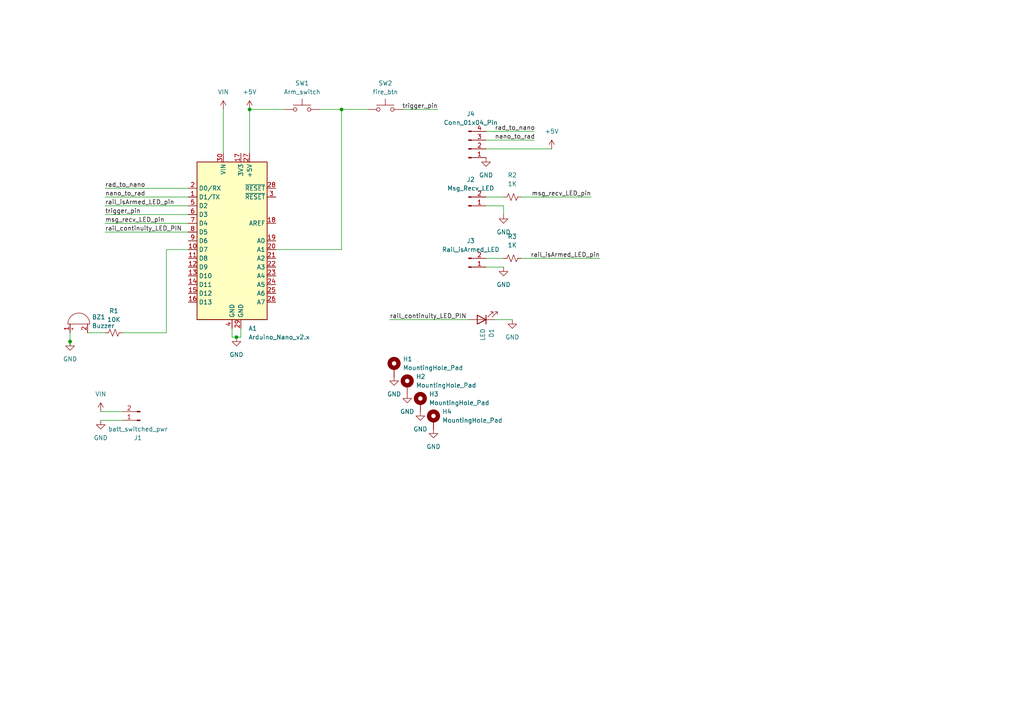
<source format=kicad_sch>
(kicad_sch
	(version 20250114)
	(generator "eeschema")
	(generator_version "9.0")
	(uuid "052a4563-18d1-4bbf-bbcf-5df5bf6131f8")
	(paper "A4")
	(lib_symbols
		(symbol "Conn_01x02_Pin_1"
			(pin_names
				(offset 1.016)
				(hide yes)
			)
			(exclude_from_sim no)
			(in_bom yes)
			(on_board yes)
			(property "Reference" "J3"
				(at 0.635 5.08 0)
				(effects
					(font
						(size 1.27 1.27)
					)
				)
			)
			(property "Value" "Rail_isArmed_LED"
				(at 0.635 2.54 0)
				(effects
					(font
						(size 1.27 1.27)
					)
				)
			)
			(property "Footprint" "Connector_PinHeader_2.54mm:PinHeader_1x02_P2.54mm_Vertical"
				(at 0 0 0)
				(effects
					(font
						(size 1.27 1.27)
					)
					(hide yes)
				)
			)
			(property "Datasheet" "~"
				(at 0 0 0)
				(effects
					(font
						(size 1.27 1.27)
					)
					(hide yes)
				)
			)
			(property "Description" ""
				(at 0 0 0)
				(effects
					(font
						(size 1.27 1.27)
					)
				)
			)
			(property "ki_locked" ""
				(at 0 0 0)
				(effects
					(font
						(size 1.27 1.27)
					)
				)
			)
			(property "ki_keywords" "connector"
				(at 0 0 0)
				(effects
					(font
						(size 1.27 1.27)
					)
					(hide yes)
				)
			)
			(property "ki_fp_filters" "Connector*:*_1x??_*"
				(at 0 0 0)
				(effects
					(font
						(size 1.27 1.27)
					)
					(hide yes)
				)
			)
			(symbol "Conn_01x02_Pin_1_1_1"
				(rectangle
					(start 0.8636 0.127)
					(end 0 -0.127)
					(stroke
						(width 0.1524)
						(type default)
					)
					(fill
						(type outline)
					)
				)
				(rectangle
					(start 0.8636 -2.413)
					(end 0 -2.667)
					(stroke
						(width 0.1524)
						(type default)
					)
					(fill
						(type outline)
					)
				)
				(polyline
					(pts
						(xy 1.27 0) (xy 0.8636 0)
					)
					(stroke
						(width 0.1524)
						(type default)
					)
					(fill
						(type none)
					)
				)
				(polyline
					(pts
						(xy 1.27 -2.54) (xy 0.8636 -2.54)
					)
					(stroke
						(width 0.1524)
						(type default)
					)
					(fill
						(type none)
					)
				)
				(pin passive line
					(at 5.08 0 180)
					(length 3.81)
					(name "Pin_1"
						(effects
							(font
								(size 1.27 1.27)
							)
						)
					)
					(number "2"
						(effects
							(font
								(size 1.27 1.27)
							)
						)
					)
				)
				(pin passive line
					(at 5.08 -2.54 180)
					(length 3.81)
					(name "Pin_2"
						(effects
							(font
								(size 1.27 1.27)
							)
						)
					)
					(number "1"
						(effects
							(font
								(size 1.27 1.27)
							)
						)
					)
				)
			)
			(embedded_fonts no)
		)
		(symbol "Conn_01x02_Pin_2"
			(pin_names
				(offset 1.016)
				(hide yes)
			)
			(exclude_from_sim no)
			(in_bom yes)
			(on_board yes)
			(property "Reference" "J2"
				(at 0.635 5.08 0)
				(effects
					(font
						(size 1.27 1.27)
					)
				)
			)
			(property "Value" "Msg_Recv_LED"
				(at 0.635 2.54 0)
				(effects
					(font
						(size 1.27 1.27)
					)
				)
			)
			(property "Footprint" "Connector_PinHeader_2.54mm:PinHeader_1x02_P2.54mm_Vertical"
				(at 0 0 0)
				(effects
					(font
						(size 1.27 1.27)
					)
					(hide yes)
				)
			)
			(property "Datasheet" "~"
				(at 0 0 0)
				(effects
					(font
						(size 1.27 1.27)
					)
					(hide yes)
				)
			)
			(property "Description" ""
				(at 0 0 0)
				(effects
					(font
						(size 1.27 1.27)
					)
				)
			)
			(property "ki_locked" ""
				(at 0 0 0)
				(effects
					(font
						(size 1.27 1.27)
					)
				)
			)
			(property "ki_keywords" "connector"
				(at 0 0 0)
				(effects
					(font
						(size 1.27 1.27)
					)
					(hide yes)
				)
			)
			(property "ki_fp_filters" "Connector*:*_1x??_*"
				(at 0 0 0)
				(effects
					(font
						(size 1.27 1.27)
					)
					(hide yes)
				)
			)
			(symbol "Conn_01x02_Pin_2_1_1"
				(rectangle
					(start 0.8636 0.127)
					(end 0 -0.127)
					(stroke
						(width 0.1524)
						(type default)
					)
					(fill
						(type outline)
					)
				)
				(rectangle
					(start 0.8636 -2.413)
					(end 0 -2.667)
					(stroke
						(width 0.1524)
						(type default)
					)
					(fill
						(type outline)
					)
				)
				(polyline
					(pts
						(xy 1.27 0) (xy 0.8636 0)
					)
					(stroke
						(width 0.1524)
						(type default)
					)
					(fill
						(type none)
					)
				)
				(polyline
					(pts
						(xy 1.27 -2.54) (xy 0.8636 -2.54)
					)
					(stroke
						(width 0.1524)
						(type default)
					)
					(fill
						(type none)
					)
				)
				(pin passive line
					(at 5.08 0 180)
					(length 3.81)
					(name "Pin_1"
						(effects
							(font
								(size 1.27 1.27)
							)
						)
					)
					(number "2"
						(effects
							(font
								(size 1.27 1.27)
							)
						)
					)
				)
				(pin passive line
					(at 5.08 -2.54 180)
					(length 3.81)
					(name "Pin_2"
						(effects
							(font
								(size 1.27 1.27)
							)
						)
					)
					(number "1"
						(effects
							(font
								(size 1.27 1.27)
							)
						)
					)
				)
			)
			(embedded_fonts no)
		)
		(symbol "Connector:Conn_01x02_Pin"
			(pin_names
				(offset 1.016)
				(hide yes)
			)
			(exclude_from_sim no)
			(in_bom yes)
			(on_board yes)
			(property "Reference" "J"
				(at 0 2.54 0)
				(effects
					(font
						(size 1.27 1.27)
					)
				)
			)
			(property "Value" "Conn_01x02_Pin"
				(at 0 -5.08 0)
				(effects
					(font
						(size 1.27 1.27)
					)
				)
			)
			(property "Footprint" ""
				(at 0 0 0)
				(effects
					(font
						(size 1.27 1.27)
					)
					(hide yes)
				)
			)
			(property "Datasheet" "~"
				(at 0 0 0)
				(effects
					(font
						(size 1.27 1.27)
					)
					(hide yes)
				)
			)
			(property "Description" "Generic connector, single row, 01x02, script generated"
				(at 0 0 0)
				(effects
					(font
						(size 1.27 1.27)
					)
					(hide yes)
				)
			)
			(property "ki_locked" ""
				(at 0 0 0)
				(effects
					(font
						(size 1.27 1.27)
					)
				)
			)
			(property "ki_keywords" "connector"
				(at 0 0 0)
				(effects
					(font
						(size 1.27 1.27)
					)
					(hide yes)
				)
			)
			(property "ki_fp_filters" "Connector*:*_1x??_*"
				(at 0 0 0)
				(effects
					(font
						(size 1.27 1.27)
					)
					(hide yes)
				)
			)
			(symbol "Conn_01x02_Pin_1_1"
				(rectangle
					(start 0.8636 0.127)
					(end 0 -0.127)
					(stroke
						(width 0.1524)
						(type default)
					)
					(fill
						(type outline)
					)
				)
				(rectangle
					(start 0.8636 -2.413)
					(end 0 -2.667)
					(stroke
						(width 0.1524)
						(type default)
					)
					(fill
						(type outline)
					)
				)
				(polyline
					(pts
						(xy 1.27 0) (xy 0.8636 0)
					)
					(stroke
						(width 0.1524)
						(type default)
					)
					(fill
						(type none)
					)
				)
				(polyline
					(pts
						(xy 1.27 -2.54) (xy 0.8636 -2.54)
					)
					(stroke
						(width 0.1524)
						(type default)
					)
					(fill
						(type none)
					)
				)
				(pin passive line
					(at 5.08 0 180)
					(length 3.81)
					(name "Pin_1"
						(effects
							(font
								(size 1.27 1.27)
							)
						)
					)
					(number "1"
						(effects
							(font
								(size 1.27 1.27)
							)
						)
					)
				)
				(pin passive line
					(at 5.08 -2.54 180)
					(length 3.81)
					(name "Pin_2"
						(effects
							(font
								(size 1.27 1.27)
							)
						)
					)
					(number "2"
						(effects
							(font
								(size 1.27 1.27)
							)
						)
					)
				)
			)
			(embedded_fonts no)
		)
		(symbol "Connector:Conn_01x04_Pin"
			(pin_names
				(offset 1.016)
				(hide yes)
			)
			(exclude_from_sim no)
			(in_bom yes)
			(on_board yes)
			(property "Reference" "J4"
				(at 0.635 7.62 0)
				(effects
					(font
						(size 1.27 1.27)
					)
				)
			)
			(property "Value" "Conn_01x04_Pin"
				(at 0.635 5.08 0)
				(effects
					(font
						(size 1.27 1.27)
					)
				)
			)
			(property "Footprint" "Connector_PinHeader_2.54mm:PinHeader_1x04_P2.54mm_Vertical"
				(at 0 0 0)
				(effects
					(font
						(size 1.27 1.27)
					)
					(hide yes)
				)
			)
			(property "Datasheet" "~"
				(at 0 0 0)
				(effects
					(font
						(size 1.27 1.27)
					)
					(hide yes)
				)
			)
			(property "Description" "Generic connector, single row, 01x04, script generated"
				(at 0 0 0)
				(effects
					(font
						(size 1.27 1.27)
					)
					(hide yes)
				)
			)
			(property "ki_locked" ""
				(at 0 0 0)
				(effects
					(font
						(size 1.27 1.27)
					)
				)
			)
			(property "ki_keywords" "connector"
				(at 0 0 0)
				(effects
					(font
						(size 1.27 1.27)
					)
					(hide yes)
				)
			)
			(property "ki_fp_filters" "Connector*:*_1x??_*"
				(at 0 0 0)
				(effects
					(font
						(size 1.27 1.27)
					)
					(hide yes)
				)
			)
			(symbol "Conn_01x04_Pin_1_1"
				(rectangle
					(start 0.8636 2.667)
					(end 0 2.413)
					(stroke
						(width 0.1524)
						(type default)
					)
					(fill
						(type outline)
					)
				)
				(rectangle
					(start 0.8636 0.127)
					(end 0 -0.127)
					(stroke
						(width 0.1524)
						(type default)
					)
					(fill
						(type outline)
					)
				)
				(rectangle
					(start 0.8636 -2.413)
					(end 0 -2.667)
					(stroke
						(width 0.1524)
						(type default)
					)
					(fill
						(type outline)
					)
				)
				(rectangle
					(start 0.8636 -4.953)
					(end 0 -5.207)
					(stroke
						(width 0.1524)
						(type default)
					)
					(fill
						(type outline)
					)
				)
				(polyline
					(pts
						(xy 1.27 2.54) (xy 0.8636 2.54)
					)
					(stroke
						(width 0.1524)
						(type default)
					)
					(fill
						(type none)
					)
				)
				(polyline
					(pts
						(xy 1.27 0) (xy 0.8636 0)
					)
					(stroke
						(width 0.1524)
						(type default)
					)
					(fill
						(type none)
					)
				)
				(polyline
					(pts
						(xy 1.27 -2.54) (xy 0.8636 -2.54)
					)
					(stroke
						(width 0.1524)
						(type default)
					)
					(fill
						(type none)
					)
				)
				(polyline
					(pts
						(xy 1.27 -5.08) (xy 0.8636 -5.08)
					)
					(stroke
						(width 0.1524)
						(type default)
					)
					(fill
						(type none)
					)
				)
				(pin passive line
					(at 5.08 2.54 180)
					(length 3.81)
					(name "Pin_1"
						(effects
							(font
								(size 1.27 1.27)
							)
						)
					)
					(number "4"
						(effects
							(font
								(size 1.27 1.27)
							)
						)
					)
				)
				(pin passive line
					(at 5.08 0 180)
					(length 3.81)
					(name "Pin_2"
						(effects
							(font
								(size 1.27 1.27)
							)
						)
					)
					(number "3"
						(effects
							(font
								(size 1.27 1.27)
							)
						)
					)
				)
				(pin passive line
					(at 5.08 -2.54 180)
					(length 3.81)
					(name "Pin_3"
						(effects
							(font
								(size 1.27 1.27)
							)
						)
					)
					(number "2"
						(effects
							(font
								(size 1.27 1.27)
							)
						)
					)
				)
				(pin passive line
					(at 5.08 -5.08 180)
					(length 3.81)
					(name "Pin_4"
						(effects
							(font
								(size 1.27 1.27)
							)
						)
					)
					(number "1"
						(effects
							(font
								(size 1.27 1.27)
							)
						)
					)
				)
			)
			(embedded_fonts no)
		)
		(symbol "Device:Buzzer"
			(pin_names
				(offset 0.0254)
				(hide yes)
			)
			(exclude_from_sim no)
			(in_bom yes)
			(on_board yes)
			(property "Reference" "BZ1"
				(at 2.0251 -3.81 90)
				(effects
					(font
						(size 1.27 1.27)
					)
					(justify right)
				)
			)
			(property "Value" "Buzzer"
				(at -0.5149 -3.81 90)
				(effects
					(font
						(size 1.27 1.27)
					)
					(justify right)
				)
			)
			(property "Footprint" "Connector_PinHeader_2.54mm:PinHeader_1x02_P2.54mm_Vertical"
				(at -0.635 2.54 90)
				(effects
					(font
						(size 1.27 1.27)
					)
					(hide yes)
				)
			)
			(property "Datasheet" "~"
				(at -0.635 2.54 90)
				(effects
					(font
						(size 1.27 1.27)
					)
					(hide yes)
				)
			)
			(property "Description" ""
				(at 0 0 0)
				(effects
					(font
						(size 1.27 1.27)
					)
				)
			)
			(property "ki_keywords" "quartz resonator ceramic"
				(at 0 0 0)
				(effects
					(font
						(size 1.27 1.27)
					)
					(hide yes)
				)
			)
			(property "ki_fp_filters" "*Buzzer*"
				(at 0 0 0)
				(effects
					(font
						(size 1.27 1.27)
					)
					(hide yes)
				)
			)
			(symbol "Buzzer_0_1"
				(polyline
					(pts
						(xy -1.651 1.905) (xy -1.143 1.905)
					)
					(stroke
						(width 0)
						(type default)
					)
					(fill
						(type none)
					)
				)
				(polyline
					(pts
						(xy -1.397 2.159) (xy -1.397 1.651)
					)
					(stroke
						(width 0)
						(type default)
					)
					(fill
						(type none)
					)
				)
				(arc
					(start 0 3.175)
					(mid 3.1612 0)
					(end 0 -3.175)
					(stroke
						(width 0)
						(type default)
					)
					(fill
						(type none)
					)
				)
				(polyline
					(pts
						(xy 0 3.175) (xy 0 -3.175)
					)
					(stroke
						(width 0)
						(type default)
					)
					(fill
						(type none)
					)
				)
			)
			(symbol "Buzzer_1_1"
				(pin passive line
					(at -2.54 2.54 0)
					(length 2.54)
					(name "-"
						(effects
							(font
								(size 1.27 1.27)
							)
						)
					)
					(number "1"
						(effects
							(font
								(size 1.27 1.27)
							)
						)
					)
				)
				(pin passive line
					(at -2.54 -2.54 0)
					(length 2.54)
					(name "+"
						(effects
							(font
								(size 1.27 1.27)
							)
						)
					)
					(number "2"
						(effects
							(font
								(size 1.27 1.27)
							)
						)
					)
				)
			)
			(embedded_fonts no)
		)
		(symbol "Device:LED"
			(pin_numbers
				(hide yes)
			)
			(pin_names
				(offset 1.016)
				(hide yes)
			)
			(exclude_from_sim no)
			(in_bom yes)
			(on_board yes)
			(property "Reference" "D1"
				(at -2.8575 2.54 90)
				(effects
					(font
						(size 1.27 1.27)
					)
					(justify left)
				)
			)
			(property "Value" "LED"
				(at -0.3175 2.54 90)
				(effects
					(font
						(size 1.27 1.27)
					)
					(justify left)
				)
			)
			(property "Footprint" "Connector_PinHeader_2.54mm:PinHeader_1x02_P2.54mm_Vertical"
				(at 0 0 0)
				(effects
					(font
						(size 1.27 1.27)
					)
					(hide yes)
				)
			)
			(property "Datasheet" "~"
				(at 0 0 0)
				(effects
					(font
						(size 1.27 1.27)
					)
					(hide yes)
				)
			)
			(property "Description" ""
				(at 0 0 0)
				(effects
					(font
						(size 1.27 1.27)
					)
				)
			)
			(property "ki_keywords" "LED diode"
				(at 0 0 0)
				(effects
					(font
						(size 1.27 1.27)
					)
					(hide yes)
				)
			)
			(property "ki_fp_filters" "LED* LED_SMD:* LED_THT:*"
				(at 0 0 0)
				(effects
					(font
						(size 1.27 1.27)
					)
					(hide yes)
				)
			)
			(symbol "LED_0_1"
				(polyline
					(pts
						(xy -3.048 -0.762) (xy -4.572 -2.286) (xy -3.81 -2.286) (xy -4.572 -2.286) (xy -4.572 -1.524)
					)
					(stroke
						(width 0)
						(type default)
					)
					(fill
						(type none)
					)
				)
				(polyline
					(pts
						(xy -1.778 -0.762) (xy -3.302 -2.286) (xy -2.54 -2.286) (xy -3.302 -2.286) (xy -3.302 -1.524)
					)
					(stroke
						(width 0)
						(type default)
					)
					(fill
						(type none)
					)
				)
				(polyline
					(pts
						(xy -1.27 0) (xy 1.27 0)
					)
					(stroke
						(width 0)
						(type default)
					)
					(fill
						(type none)
					)
				)
				(polyline
					(pts
						(xy -1.27 -1.27) (xy -1.27 1.27)
					)
					(stroke
						(width 0.254)
						(type default)
					)
					(fill
						(type none)
					)
				)
				(polyline
					(pts
						(xy 1.27 -1.27) (xy 1.27 1.27) (xy -1.27 0) (xy 1.27 -1.27)
					)
					(stroke
						(width 0.254)
						(type default)
					)
					(fill
						(type none)
					)
				)
			)
			(symbol "LED_1_1"
				(pin passive line
					(at -3.81 0 0)
					(length 2.54)
					(name "K"
						(effects
							(font
								(size 1.27 1.27)
							)
						)
					)
					(number "1"
						(effects
							(font
								(size 1.27 1.27)
							)
						)
					)
				)
				(pin passive line
					(at 3.81 0 180)
					(length 2.54)
					(name "A"
						(effects
							(font
								(size 1.27 1.27)
							)
						)
					)
					(number "2"
						(effects
							(font
								(size 1.27 1.27)
							)
						)
					)
				)
			)
			(embedded_fonts no)
		)
		(symbol "Device:R_Small_US"
			(pin_numbers
				(hide yes)
			)
			(pin_names
				(offset 0.254)
				(hide yes)
			)
			(exclude_from_sim no)
			(in_bom yes)
			(on_board yes)
			(property "Reference" "R"
				(at 0.762 0.508 0)
				(effects
					(font
						(size 1.27 1.27)
					)
					(justify left)
				)
			)
			(property "Value" "R_Small_US"
				(at 0.762 -1.016 0)
				(effects
					(font
						(size 1.27 1.27)
					)
					(justify left)
				)
			)
			(property "Footprint" ""
				(at 0 0 0)
				(effects
					(font
						(size 1.27 1.27)
					)
					(hide yes)
				)
			)
			(property "Datasheet" "~"
				(at 0 0 0)
				(effects
					(font
						(size 1.27 1.27)
					)
					(hide yes)
				)
			)
			(property "Description" "Resistor, small US symbol"
				(at 0 0 0)
				(effects
					(font
						(size 1.27 1.27)
					)
					(hide yes)
				)
			)
			(property "ki_keywords" "r resistor"
				(at 0 0 0)
				(effects
					(font
						(size 1.27 1.27)
					)
					(hide yes)
				)
			)
			(property "ki_fp_filters" "R_*"
				(at 0 0 0)
				(effects
					(font
						(size 1.27 1.27)
					)
					(hide yes)
				)
			)
			(symbol "R_Small_US_1_1"
				(polyline
					(pts
						(xy 0 1.524) (xy 1.016 1.143) (xy 0 0.762) (xy -1.016 0.381) (xy 0 0)
					)
					(stroke
						(width 0)
						(type default)
					)
					(fill
						(type none)
					)
				)
				(polyline
					(pts
						(xy 0 0) (xy 1.016 -0.381) (xy 0 -0.762) (xy -1.016 -1.143) (xy 0 -1.524)
					)
					(stroke
						(width 0)
						(type default)
					)
					(fill
						(type none)
					)
				)
				(pin passive line
					(at 0 2.54 270)
					(length 1.016)
					(name "~"
						(effects
							(font
								(size 1.27 1.27)
							)
						)
					)
					(number "1"
						(effects
							(font
								(size 1.27 1.27)
							)
						)
					)
				)
				(pin passive line
					(at 0 -2.54 90)
					(length 1.016)
					(name "~"
						(effects
							(font
								(size 1.27 1.27)
							)
						)
					)
					(number "2"
						(effects
							(font
								(size 1.27 1.27)
							)
						)
					)
				)
			)
			(embedded_fonts no)
		)
		(symbol "GND_1"
			(power)
			(pin_numbers
				(hide yes)
			)
			(pin_names
				(offset 0)
				(hide yes)
			)
			(exclude_from_sim no)
			(in_bom yes)
			(on_board yes)
			(property "Reference" "#PWR"
				(at 0 -6.35 0)
				(effects
					(font
						(size 1.27 1.27)
					)
					(hide yes)
				)
			)
			(property "Value" "GND"
				(at 0 -3.81 0)
				(effects
					(font
						(size 1.27 1.27)
					)
				)
			)
			(property "Footprint" ""
				(at 0 0 0)
				(effects
					(font
						(size 1.27 1.27)
					)
					(hide yes)
				)
			)
			(property "Datasheet" ""
				(at 0 0 0)
				(effects
					(font
						(size 1.27 1.27)
					)
					(hide yes)
				)
			)
			(property "Description" "Power symbol creates a global label with name \"GND\" , ground"
				(at 0 0 0)
				(effects
					(font
						(size 1.27 1.27)
					)
					(hide yes)
				)
			)
			(property "ki_keywords" "global power"
				(at 0 0 0)
				(effects
					(font
						(size 1.27 1.27)
					)
					(hide yes)
				)
			)
			(symbol "GND_1_0_1"
				(polyline
					(pts
						(xy 0 0) (xy 0 -1.27) (xy 1.27 -1.27) (xy 0 -2.54) (xy -1.27 -1.27) (xy 0 -1.27)
					)
					(stroke
						(width 0)
						(type default)
					)
					(fill
						(type none)
					)
				)
			)
			(symbol "GND_1_1_1"
				(pin power_in line
					(at 0 0 270)
					(length 0)
					(name "~"
						(effects
							(font
								(size 1.27 1.27)
							)
						)
					)
					(number "1"
						(effects
							(font
								(size 1.27 1.27)
							)
						)
					)
				)
			)
			(embedded_fonts no)
		)
		(symbol "MCU_Module:Arduino_Nano_v2.x"
			(exclude_from_sim no)
			(in_bom yes)
			(on_board yes)
			(property "Reference" "A"
				(at -10.16 23.495 0)
				(effects
					(font
						(size 1.27 1.27)
					)
					(justify left bottom)
				)
			)
			(property "Value" "Arduino_Nano_v2.x"
				(at 5.08 -24.13 0)
				(effects
					(font
						(size 1.27 1.27)
					)
					(justify left top)
				)
			)
			(property "Footprint" "Module:Arduino_Nano"
				(at 0 0 0)
				(effects
					(font
						(size 1.27 1.27)
						(italic yes)
					)
					(hide yes)
				)
			)
			(property "Datasheet" "https://www.arduino.cc/en/uploads/Main/ArduinoNanoManual23.pdf"
				(at 0 0 0)
				(effects
					(font
						(size 1.27 1.27)
					)
					(hide yes)
				)
			)
			(property "Description" "Arduino Nano v2.x"
				(at 0 0 0)
				(effects
					(font
						(size 1.27 1.27)
					)
					(hide yes)
				)
			)
			(property "ki_keywords" "Arduino nano microcontroller module USB"
				(at 0 0 0)
				(effects
					(font
						(size 1.27 1.27)
					)
					(hide yes)
				)
			)
			(property "ki_fp_filters" "Arduino*Nano*"
				(at 0 0 0)
				(effects
					(font
						(size 1.27 1.27)
					)
					(hide yes)
				)
			)
			(symbol "Arduino_Nano_v2.x_0_1"
				(rectangle
					(start -10.16 22.86)
					(end 10.16 -22.86)
					(stroke
						(width 0.254)
						(type default)
					)
					(fill
						(type background)
					)
				)
			)
			(symbol "Arduino_Nano_v2.x_1_1"
				(pin bidirectional line
					(at -12.7 15.24 0)
					(length 2.54)
					(name "D0/RX"
						(effects
							(font
								(size 1.27 1.27)
							)
						)
					)
					(number "2"
						(effects
							(font
								(size 1.27 1.27)
							)
						)
					)
				)
				(pin bidirectional line
					(at -12.7 12.7 0)
					(length 2.54)
					(name "D1/TX"
						(effects
							(font
								(size 1.27 1.27)
							)
						)
					)
					(number "1"
						(effects
							(font
								(size 1.27 1.27)
							)
						)
					)
				)
				(pin bidirectional line
					(at -12.7 10.16 0)
					(length 2.54)
					(name "D2"
						(effects
							(font
								(size 1.27 1.27)
							)
						)
					)
					(number "5"
						(effects
							(font
								(size 1.27 1.27)
							)
						)
					)
				)
				(pin bidirectional line
					(at -12.7 7.62 0)
					(length 2.54)
					(name "D3"
						(effects
							(font
								(size 1.27 1.27)
							)
						)
					)
					(number "6"
						(effects
							(font
								(size 1.27 1.27)
							)
						)
					)
				)
				(pin bidirectional line
					(at -12.7 5.08 0)
					(length 2.54)
					(name "D4"
						(effects
							(font
								(size 1.27 1.27)
							)
						)
					)
					(number "7"
						(effects
							(font
								(size 1.27 1.27)
							)
						)
					)
				)
				(pin bidirectional line
					(at -12.7 2.54 0)
					(length 2.54)
					(name "D5"
						(effects
							(font
								(size 1.27 1.27)
							)
						)
					)
					(number "8"
						(effects
							(font
								(size 1.27 1.27)
							)
						)
					)
				)
				(pin bidirectional line
					(at -12.7 0 0)
					(length 2.54)
					(name "D6"
						(effects
							(font
								(size 1.27 1.27)
							)
						)
					)
					(number "9"
						(effects
							(font
								(size 1.27 1.27)
							)
						)
					)
				)
				(pin bidirectional line
					(at -12.7 -2.54 0)
					(length 2.54)
					(name "D7"
						(effects
							(font
								(size 1.27 1.27)
							)
						)
					)
					(number "10"
						(effects
							(font
								(size 1.27 1.27)
							)
						)
					)
				)
				(pin bidirectional line
					(at -12.7 -5.08 0)
					(length 2.54)
					(name "D8"
						(effects
							(font
								(size 1.27 1.27)
							)
						)
					)
					(number "11"
						(effects
							(font
								(size 1.27 1.27)
							)
						)
					)
				)
				(pin bidirectional line
					(at -12.7 -7.62 0)
					(length 2.54)
					(name "D9"
						(effects
							(font
								(size 1.27 1.27)
							)
						)
					)
					(number "12"
						(effects
							(font
								(size 1.27 1.27)
							)
						)
					)
				)
				(pin bidirectional line
					(at -12.7 -10.16 0)
					(length 2.54)
					(name "D10"
						(effects
							(font
								(size 1.27 1.27)
							)
						)
					)
					(number "13"
						(effects
							(font
								(size 1.27 1.27)
							)
						)
					)
				)
				(pin bidirectional line
					(at -12.7 -12.7 0)
					(length 2.54)
					(name "D11"
						(effects
							(font
								(size 1.27 1.27)
							)
						)
					)
					(number "14"
						(effects
							(font
								(size 1.27 1.27)
							)
						)
					)
				)
				(pin bidirectional line
					(at -12.7 -15.24 0)
					(length 2.54)
					(name "D12"
						(effects
							(font
								(size 1.27 1.27)
							)
						)
					)
					(number "15"
						(effects
							(font
								(size 1.27 1.27)
							)
						)
					)
				)
				(pin bidirectional line
					(at -12.7 -17.78 0)
					(length 2.54)
					(name "D13"
						(effects
							(font
								(size 1.27 1.27)
							)
						)
					)
					(number "16"
						(effects
							(font
								(size 1.27 1.27)
							)
						)
					)
				)
				(pin power_in line
					(at -2.54 25.4 270)
					(length 2.54)
					(name "VIN"
						(effects
							(font
								(size 1.27 1.27)
							)
						)
					)
					(number "30"
						(effects
							(font
								(size 1.27 1.27)
							)
						)
					)
				)
				(pin power_in line
					(at 0 -25.4 90)
					(length 2.54)
					(name "GND"
						(effects
							(font
								(size 1.27 1.27)
							)
						)
					)
					(number "4"
						(effects
							(font
								(size 1.27 1.27)
							)
						)
					)
				)
				(pin power_out line
					(at 2.54 25.4 270)
					(length 2.54)
					(name "3V3"
						(effects
							(font
								(size 1.27 1.27)
							)
						)
					)
					(number "17"
						(effects
							(font
								(size 1.27 1.27)
							)
						)
					)
				)
				(pin power_in line
					(at 2.54 -25.4 90)
					(length 2.54)
					(name "GND"
						(effects
							(font
								(size 1.27 1.27)
							)
						)
					)
					(number "29"
						(effects
							(font
								(size 1.27 1.27)
							)
						)
					)
				)
				(pin power_out line
					(at 5.08 25.4 270)
					(length 2.54)
					(name "+5V"
						(effects
							(font
								(size 1.27 1.27)
							)
						)
					)
					(number "27"
						(effects
							(font
								(size 1.27 1.27)
							)
						)
					)
				)
				(pin input line
					(at 12.7 15.24 180)
					(length 2.54)
					(name "~{RESET}"
						(effects
							(font
								(size 1.27 1.27)
							)
						)
					)
					(number "28"
						(effects
							(font
								(size 1.27 1.27)
							)
						)
					)
				)
				(pin input line
					(at 12.7 12.7 180)
					(length 2.54)
					(name "~{RESET}"
						(effects
							(font
								(size 1.27 1.27)
							)
						)
					)
					(number "3"
						(effects
							(font
								(size 1.27 1.27)
							)
						)
					)
				)
				(pin input line
					(at 12.7 5.08 180)
					(length 2.54)
					(name "AREF"
						(effects
							(font
								(size 1.27 1.27)
							)
						)
					)
					(number "18"
						(effects
							(font
								(size 1.27 1.27)
							)
						)
					)
				)
				(pin bidirectional line
					(at 12.7 0 180)
					(length 2.54)
					(name "A0"
						(effects
							(font
								(size 1.27 1.27)
							)
						)
					)
					(number "19"
						(effects
							(font
								(size 1.27 1.27)
							)
						)
					)
				)
				(pin bidirectional line
					(at 12.7 -2.54 180)
					(length 2.54)
					(name "A1"
						(effects
							(font
								(size 1.27 1.27)
							)
						)
					)
					(number "20"
						(effects
							(font
								(size 1.27 1.27)
							)
						)
					)
				)
				(pin bidirectional line
					(at 12.7 -5.08 180)
					(length 2.54)
					(name "A2"
						(effects
							(font
								(size 1.27 1.27)
							)
						)
					)
					(number "21"
						(effects
							(font
								(size 1.27 1.27)
							)
						)
					)
				)
				(pin bidirectional line
					(at 12.7 -7.62 180)
					(length 2.54)
					(name "A3"
						(effects
							(font
								(size 1.27 1.27)
							)
						)
					)
					(number "22"
						(effects
							(font
								(size 1.27 1.27)
							)
						)
					)
				)
				(pin bidirectional line
					(at 12.7 -10.16 180)
					(length 2.54)
					(name "A4"
						(effects
							(font
								(size 1.27 1.27)
							)
						)
					)
					(number "23"
						(effects
							(font
								(size 1.27 1.27)
							)
						)
					)
				)
				(pin bidirectional line
					(at 12.7 -12.7 180)
					(length 2.54)
					(name "A5"
						(effects
							(font
								(size 1.27 1.27)
							)
						)
					)
					(number "24"
						(effects
							(font
								(size 1.27 1.27)
							)
						)
					)
				)
				(pin bidirectional line
					(at 12.7 -15.24 180)
					(length 2.54)
					(name "A6"
						(effects
							(font
								(size 1.27 1.27)
							)
						)
					)
					(number "25"
						(effects
							(font
								(size 1.27 1.27)
							)
						)
					)
				)
				(pin bidirectional line
					(at 12.7 -17.78 180)
					(length 2.54)
					(name "A7"
						(effects
							(font
								(size 1.27 1.27)
							)
						)
					)
					(number "26"
						(effects
							(font
								(size 1.27 1.27)
							)
						)
					)
				)
			)
			(embedded_fonts no)
		)
		(symbol "Mechanical:MountingHole_Pad"
			(pin_numbers
				(hide yes)
			)
			(pin_names
				(offset 1.016)
				(hide yes)
			)
			(exclude_from_sim no)
			(in_bom no)
			(on_board yes)
			(property "Reference" "H"
				(at 0 6.35 0)
				(effects
					(font
						(size 1.27 1.27)
					)
				)
			)
			(property "Value" "MountingHole_Pad"
				(at 0 4.445 0)
				(effects
					(font
						(size 1.27 1.27)
					)
				)
			)
			(property "Footprint" ""
				(at 0 0 0)
				(effects
					(font
						(size 1.27 1.27)
					)
					(hide yes)
				)
			)
			(property "Datasheet" "~"
				(at 0 0 0)
				(effects
					(font
						(size 1.27 1.27)
					)
					(hide yes)
				)
			)
			(property "Description" "Mounting Hole with connection"
				(at 0 0 0)
				(effects
					(font
						(size 1.27 1.27)
					)
					(hide yes)
				)
			)
			(property "ki_keywords" "mounting hole"
				(at 0 0 0)
				(effects
					(font
						(size 1.27 1.27)
					)
					(hide yes)
				)
			)
			(property "ki_fp_filters" "MountingHole*Pad*"
				(at 0 0 0)
				(effects
					(font
						(size 1.27 1.27)
					)
					(hide yes)
				)
			)
			(symbol "MountingHole_Pad_0_1"
				(circle
					(center 0 1.27)
					(radius 1.27)
					(stroke
						(width 1.27)
						(type default)
					)
					(fill
						(type none)
					)
				)
			)
			(symbol "MountingHole_Pad_1_1"
				(pin input line
					(at 0 -2.54 90)
					(length 2.54)
					(name "1"
						(effects
							(font
								(size 1.27 1.27)
							)
						)
					)
					(number "1"
						(effects
							(font
								(size 1.27 1.27)
							)
						)
					)
				)
			)
			(embedded_fonts no)
		)
		(symbol "Switch:SW_MEC_5G"
			(pin_numbers
				(hide yes)
			)
			(pin_names
				(offset 1.016)
				(hide yes)
			)
			(exclude_from_sim no)
			(in_bom yes)
			(on_board yes)
			(property "Reference" "SW1"
				(at 0 7.62 0)
				(effects
					(font
						(size 1.27 1.27)
					)
				)
			)
			(property "Value" "Arm_switch"
				(at 0 5.08 0)
				(effects
					(font
						(size 1.27 1.27)
					)
				)
			)
			(property "Footprint" "Connector_PinHeader_2.54mm:PinHeader_1x02_P2.54mm_Vertical"
				(at 0 5.08 0)
				(effects
					(font
						(size 1.27 1.27)
					)
					(hide yes)
				)
			)
			(property "Datasheet" "http://www.apem.com/int/index.php?controller=attachment&id_attachment=488"
				(at 0 5.08 0)
				(effects
					(font
						(size 1.27 1.27)
					)
					(hide yes)
				)
			)
			(property "Description" ""
				(at 0 0 0)
				(effects
					(font
						(size 1.27 1.27)
					)
				)
			)
			(property "ki_keywords" "switch normally-open pushbutton push-button"
				(at 0 0 0)
				(effects
					(font
						(size 1.27 1.27)
					)
					(hide yes)
				)
			)
			(property "ki_fp_filters" "SW*MEC*5G*"
				(at 0 0 0)
				(effects
					(font
						(size 1.27 1.27)
					)
					(hide yes)
				)
			)
			(symbol "SW_MEC_5G_0_1"
				(circle
					(center -2.032 0)
					(radius 0.508)
					(stroke
						(width 0)
						(type default)
					)
					(fill
						(type none)
					)
				)
				(polyline
					(pts
						(xy 0 1.27) (xy 0 3.048)
					)
					(stroke
						(width 0)
						(type default)
					)
					(fill
						(type none)
					)
				)
				(circle
					(center 2.032 0)
					(radius 0.508)
					(stroke
						(width 0)
						(type default)
					)
					(fill
						(type none)
					)
				)
				(polyline
					(pts
						(xy 2.54 1.27) (xy -2.54 1.27)
					)
					(stroke
						(width 0)
						(type default)
					)
					(fill
						(type none)
					)
				)
				(pin passive line
					(at -5.08 0 0)
					(length 2.54)
					(name "A"
						(effects
							(font
								(size 1.27 1.27)
							)
						)
					)
					(number "1"
						(effects
							(font
								(size 1.27 1.27)
							)
						)
					)
				)
				(pin passive line
					(at 5.08 0 180)
					(length 2.54)
					(name "B"
						(effects
							(font
								(size 1.27 1.27)
							)
						)
					)
					(number "2"
						(effects
							(font
								(size 1.27 1.27)
							)
						)
					)
				)
			)
			(embedded_fonts no)
		)
		(symbol "Switch:SW_Push"
			(pin_numbers
				(hide yes)
			)
			(pin_names
				(offset 1.016)
				(hide yes)
			)
			(exclude_from_sim no)
			(in_bom yes)
			(on_board yes)
			(property "Reference" "SW"
				(at 1.27 2.54 0)
				(effects
					(font
						(size 1.27 1.27)
					)
					(justify left)
				)
			)
			(property "Value" "SW_Push"
				(at 0 -1.524 0)
				(effects
					(font
						(size 1.27 1.27)
					)
				)
			)
			(property "Footprint" ""
				(at 0 5.08 0)
				(effects
					(font
						(size 1.27 1.27)
					)
					(hide yes)
				)
			)
			(property "Datasheet" "~"
				(at 0 5.08 0)
				(effects
					(font
						(size 1.27 1.27)
					)
					(hide yes)
				)
			)
			(property "Description" "Push button switch, generic, two pins"
				(at 0 0 0)
				(effects
					(font
						(size 1.27 1.27)
					)
					(hide yes)
				)
			)
			(property "ki_keywords" "switch normally-open pushbutton push-button"
				(at 0 0 0)
				(effects
					(font
						(size 1.27 1.27)
					)
					(hide yes)
				)
			)
			(symbol "SW_Push_0_1"
				(circle
					(center -2.032 0)
					(radius 0.508)
					(stroke
						(width 0)
						(type default)
					)
					(fill
						(type none)
					)
				)
				(polyline
					(pts
						(xy 0 1.27) (xy 0 3.048)
					)
					(stroke
						(width 0)
						(type default)
					)
					(fill
						(type none)
					)
				)
				(circle
					(center 2.032 0)
					(radius 0.508)
					(stroke
						(width 0)
						(type default)
					)
					(fill
						(type none)
					)
				)
				(polyline
					(pts
						(xy 2.54 1.27) (xy -2.54 1.27)
					)
					(stroke
						(width 0)
						(type default)
					)
					(fill
						(type none)
					)
				)
				(pin passive line
					(at -5.08 0 0)
					(length 2.54)
					(name "1"
						(effects
							(font
								(size 1.27 1.27)
							)
						)
					)
					(number "1"
						(effects
							(font
								(size 1.27 1.27)
							)
						)
					)
				)
				(pin passive line
					(at 5.08 0 180)
					(length 2.54)
					(name "2"
						(effects
							(font
								(size 1.27 1.27)
							)
						)
					)
					(number "2"
						(effects
							(font
								(size 1.27 1.27)
							)
						)
					)
				)
			)
			(embedded_fonts no)
		)
		(symbol "power:+5V"
			(power)
			(pin_numbers
				(hide yes)
			)
			(pin_names
				(offset 0)
				(hide yes)
			)
			(exclude_from_sim no)
			(in_bom yes)
			(on_board yes)
			(property "Reference" "#PWR"
				(at 0 -3.81 0)
				(effects
					(font
						(size 1.27 1.27)
					)
					(hide yes)
				)
			)
			(property "Value" "+5V"
				(at 0 3.556 0)
				(effects
					(font
						(size 1.27 1.27)
					)
				)
			)
			(property "Footprint" ""
				(at 0 0 0)
				(effects
					(font
						(size 1.27 1.27)
					)
					(hide yes)
				)
			)
			(property "Datasheet" ""
				(at 0 0 0)
				(effects
					(font
						(size 1.27 1.27)
					)
					(hide yes)
				)
			)
			(property "Description" "Power symbol creates a global label with name \"+5V\""
				(at 0 0 0)
				(effects
					(font
						(size 1.27 1.27)
					)
					(hide yes)
				)
			)
			(property "ki_keywords" "global power"
				(at 0 0 0)
				(effects
					(font
						(size 1.27 1.27)
					)
					(hide yes)
				)
			)
			(symbol "+5V_0_1"
				(polyline
					(pts
						(xy -0.762 1.27) (xy 0 2.54)
					)
					(stroke
						(width 0)
						(type default)
					)
					(fill
						(type none)
					)
				)
				(polyline
					(pts
						(xy 0 2.54) (xy 0.762 1.27)
					)
					(stroke
						(width 0)
						(type default)
					)
					(fill
						(type none)
					)
				)
				(polyline
					(pts
						(xy 0 0) (xy 0 2.54)
					)
					(stroke
						(width 0)
						(type default)
					)
					(fill
						(type none)
					)
				)
			)
			(symbol "+5V_1_1"
				(pin power_in line
					(at 0 0 90)
					(length 0)
					(name "~"
						(effects
							(font
								(size 1.27 1.27)
							)
						)
					)
					(number "1"
						(effects
							(font
								(size 1.27 1.27)
							)
						)
					)
				)
			)
			(embedded_fonts no)
		)
		(symbol "power:GND"
			(power)
			(pin_names
				(offset 0)
			)
			(exclude_from_sim no)
			(in_bom yes)
			(on_board yes)
			(property "Reference" "#PWR"
				(at 0 -6.35 0)
				(effects
					(font
						(size 1.27 1.27)
					)
					(hide yes)
				)
			)
			(property "Value" "GND"
				(at 0 -3.81 0)
				(effects
					(font
						(size 1.27 1.27)
					)
				)
			)
			(property "Footprint" ""
				(at 0 0 0)
				(effects
					(font
						(size 1.27 1.27)
					)
					(hide yes)
				)
			)
			(property "Datasheet" ""
				(at 0 0 0)
				(effects
					(font
						(size 1.27 1.27)
					)
					(hide yes)
				)
			)
			(property "Description" "Power symbol creates a global label with name \"GND\" , ground"
				(at 0 0 0)
				(effects
					(font
						(size 1.27 1.27)
					)
					(hide yes)
				)
			)
			(property "ki_keywords" "global power"
				(at 0 0 0)
				(effects
					(font
						(size 1.27 1.27)
					)
					(hide yes)
				)
			)
			(symbol "GND_0_1"
				(polyline
					(pts
						(xy 0 0) (xy 0 -1.27) (xy 1.27 -1.27) (xy 0 -2.54) (xy -1.27 -1.27) (xy 0 -1.27)
					)
					(stroke
						(width 0)
						(type default)
					)
					(fill
						(type none)
					)
				)
			)
			(symbol "GND_1_1"
				(pin power_in line
					(at 0 0 270)
					(length 0)
					(hide yes)
					(name "GND"
						(effects
							(font
								(size 1.27 1.27)
							)
						)
					)
					(number "1"
						(effects
							(font
								(size 1.27 1.27)
							)
						)
					)
				)
			)
			(embedded_fonts no)
		)
		(symbol "power:VBUS"
			(power)
			(pin_numbers
				(hide yes)
			)
			(pin_names
				(offset 0)
				(hide yes)
			)
			(exclude_from_sim no)
			(in_bom yes)
			(on_board yes)
			(property "Reference" "#PWR"
				(at 0 -3.81 0)
				(effects
					(font
						(size 1.27 1.27)
					)
					(hide yes)
				)
			)
			(property "Value" "VBUS"
				(at 0 3.556 0)
				(effects
					(font
						(size 1.27 1.27)
					)
				)
			)
			(property "Footprint" ""
				(at 0 0 0)
				(effects
					(font
						(size 1.27 1.27)
					)
					(hide yes)
				)
			)
			(property "Datasheet" ""
				(at 0 0 0)
				(effects
					(font
						(size 1.27 1.27)
					)
					(hide yes)
				)
			)
			(property "Description" "Power symbol creates a global label with name \"VBUS\""
				(at 0 0 0)
				(effects
					(font
						(size 1.27 1.27)
					)
					(hide yes)
				)
			)
			(property "ki_keywords" "global power"
				(at 0 0 0)
				(effects
					(font
						(size 1.27 1.27)
					)
					(hide yes)
				)
			)
			(symbol "VBUS_0_1"
				(polyline
					(pts
						(xy -0.762 1.27) (xy 0 2.54)
					)
					(stroke
						(width 0)
						(type default)
					)
					(fill
						(type none)
					)
				)
				(polyline
					(pts
						(xy 0 2.54) (xy 0.762 1.27)
					)
					(stroke
						(width 0)
						(type default)
					)
					(fill
						(type none)
					)
				)
				(polyline
					(pts
						(xy 0 0) (xy 0 2.54)
					)
					(stroke
						(width 0)
						(type default)
					)
					(fill
						(type none)
					)
				)
			)
			(symbol "VBUS_1_1"
				(pin power_in line
					(at 0 0 90)
					(length 0)
					(name "~"
						(effects
							(font
								(size 1.27 1.27)
							)
						)
					)
					(number "1"
						(effects
							(font
								(size 1.27 1.27)
							)
						)
					)
				)
			)
			(embedded_fonts no)
		)
	)
	(junction
		(at 72.39 31.75)
		(diameter 0)
		(color 0 0 0 0)
		(uuid "2c9ad02d-ec3c-40fb-893d-411e997bcaf1")
	)
	(junction
		(at 68.58 97.79)
		(diameter 0)
		(color 0 0 0 0)
		(uuid "7e4ca079-1606-4364-8a6d-9380b186d829")
	)
	(junction
		(at 99.06 31.75)
		(diameter 0)
		(color 0 0 0 0)
		(uuid "8f7e9594-aa64-4cb3-a307-d85672e0661e")
	)
	(junction
		(at 20.32 99.06)
		(diameter 0)
		(color 0 0 0 0)
		(uuid "d3680b02-32bf-4eda-9afc-c868e5466cff")
	)
	(wire
		(pts
			(xy 30.48 67.31) (xy 54.61 67.31)
		)
		(stroke
			(width 0)
			(type default)
		)
		(uuid "0398bbbc-34da-4779-9e9f-81fef9cb53ec")
	)
	(wire
		(pts
			(xy 113.03 92.71) (xy 135.89 92.71)
		)
		(stroke
			(width 0)
			(type default)
		)
		(uuid "1437df85-6585-45d3-8e6c-f3b9d51397b7")
	)
	(wire
		(pts
			(xy 25.4 96.52) (xy 30.48 96.52)
		)
		(stroke
			(width 0)
			(type default)
		)
		(uuid "148439c8-f9de-42d5-a3f1-394e99aecd96")
	)
	(wire
		(pts
			(xy 29.21 119.38) (xy 35.56 119.38)
		)
		(stroke
			(width 0)
			(type default)
		)
		(uuid "17e55692-ab6c-4373-8e0b-9bbdc395df91")
	)
	(wire
		(pts
			(xy 30.48 54.61) (xy 54.61 54.61)
		)
		(stroke
			(width 0)
			(type default)
		)
		(uuid "1aa30cd4-a829-4716-8861-bf9642ea956e")
	)
	(wire
		(pts
			(xy 48.26 72.39) (xy 54.61 72.39)
		)
		(stroke
			(width 0)
			(type default)
		)
		(uuid "1f4c7f93-f37a-417f-bd77-deabe5ab0e6f")
	)
	(wire
		(pts
			(xy 140.97 40.64) (xy 154.94 40.64)
		)
		(stroke
			(width 0)
			(type default)
		)
		(uuid "2ee54a6f-7770-495e-aeb8-921cf7ceb728")
	)
	(wire
		(pts
			(xy 140.97 43.18) (xy 160.02 43.18)
		)
		(stroke
			(width 0)
			(type default)
		)
		(uuid "32775d8a-a217-4516-b096-25d7e05ebab1")
	)
	(wire
		(pts
			(xy 29.21 121.92) (xy 35.56 121.92)
		)
		(stroke
			(width 0)
			(type default)
		)
		(uuid "42a0040c-272a-4f48-8a65-054fcd48711a")
	)
	(wire
		(pts
			(xy 20.32 96.52) (xy 20.32 99.06)
		)
		(stroke
			(width 0)
			(type default)
		)
		(uuid "4bdd4e72-0652-49b3-bc64-70ef04af01ff")
	)
	(wire
		(pts
			(xy 143.51 92.71) (xy 148.59 92.71)
		)
		(stroke
			(width 0)
			(type default)
		)
		(uuid "58d0fb7d-ce39-4bfe-8fa8-1f4ca2de6004")
	)
	(wire
		(pts
			(xy 35.56 96.52) (xy 48.26 96.52)
		)
		(stroke
			(width 0)
			(type default)
		)
		(uuid "5d0011a4-03af-442b-86f4-30c310fa0d53")
	)
	(wire
		(pts
			(xy 67.31 97.79) (xy 68.58 97.79)
		)
		(stroke
			(width 0)
			(type default)
		)
		(uuid "673197c1-1717-411d-abbd-ee73455ec370")
	)
	(wire
		(pts
			(xy 92.71 31.75) (xy 99.06 31.75)
		)
		(stroke
			(width 0)
			(type default)
		)
		(uuid "6f7ec721-9a04-4089-8f3f-654cb64619f7")
	)
	(wire
		(pts
			(xy 151.13 74.93) (xy 173.99 74.93)
		)
		(stroke
			(width 0)
			(type default)
		)
		(uuid "7152061f-b7d9-4a73-9c7d-1e8d6855544a")
	)
	(wire
		(pts
			(xy 80.01 72.39) (xy 99.06 72.39)
		)
		(stroke
			(width 0)
			(type default)
		)
		(uuid "76978f2a-308d-4fee-9e81-7e0ae0584958")
	)
	(wire
		(pts
			(xy 72.39 44.45) (xy 72.39 31.75)
		)
		(stroke
			(width 0)
			(type default)
		)
		(uuid "7e93ffaf-8a24-4da1-a045-2ddc7dc59d03")
	)
	(wire
		(pts
			(xy 146.05 59.69) (xy 146.05 62.23)
		)
		(stroke
			(width 0)
			(type default)
		)
		(uuid "94db613a-337e-4600-a6c7-a66603c48e1b")
	)
	(wire
		(pts
			(xy 99.06 72.39) (xy 99.06 31.75)
		)
		(stroke
			(width 0)
			(type default)
		)
		(uuid "96b8008a-9f19-4fc1-9f6c-0d1569f10942")
	)
	(wire
		(pts
			(xy 64.77 31.75) (xy 64.77 44.45)
		)
		(stroke
			(width 0)
			(type default)
		)
		(uuid "9a8cbaab-1987-4726-923a-bb2a6774a72f")
	)
	(wire
		(pts
			(xy 140.97 74.93) (xy 146.05 74.93)
		)
		(stroke
			(width 0)
			(type default)
		)
		(uuid "9e41018c-10bb-4761-8929-dcb49e4cb899")
	)
	(wire
		(pts
			(xy 30.48 64.77) (xy 54.61 64.77)
		)
		(stroke
			(width 0)
			(type default)
		)
		(uuid "9ef4bad8-42d2-4882-9f18-f103200c702a")
	)
	(wire
		(pts
			(xy 69.85 95.25) (xy 69.85 97.79)
		)
		(stroke
			(width 0)
			(type default)
		)
		(uuid "a59235fa-cedd-4c96-b907-538de33b335b")
	)
	(wire
		(pts
			(xy 30.48 57.15) (xy 54.61 57.15)
		)
		(stroke
			(width 0)
			(type default)
		)
		(uuid "a9fa21e4-492a-4747-8ae6-27a0da574053")
	)
	(wire
		(pts
			(xy 67.31 95.25) (xy 67.31 97.79)
		)
		(stroke
			(width 0)
			(type default)
		)
		(uuid "ab7aef35-5f81-4e1e-bfee-d0dad70032c4")
	)
	(wire
		(pts
			(xy 140.97 77.47) (xy 146.05 77.47)
		)
		(stroke
			(width 0)
			(type default)
		)
		(uuid "ca2c0a4b-ebcb-4e5e-93ca-4ad002299a64")
	)
	(wire
		(pts
			(xy 30.48 59.69) (xy 54.61 59.69)
		)
		(stroke
			(width 0)
			(type default)
		)
		(uuid "d1c91ff8-9bc0-4ea5-ad0a-622954a89658")
	)
	(wire
		(pts
			(xy 30.48 62.23) (xy 54.61 62.23)
		)
		(stroke
			(width 0)
			(type default)
		)
		(uuid "d95fb762-37cb-4b40-bd13-cfecc7439d20")
	)
	(wire
		(pts
			(xy 68.58 97.79) (xy 69.85 97.79)
		)
		(stroke
			(width 0)
			(type default)
		)
		(uuid "de11c21c-d7f6-4fe2-a4c4-df32b3235784")
	)
	(wire
		(pts
			(xy 140.97 38.1) (xy 154.94 38.1)
		)
		(stroke
			(width 0)
			(type default)
		)
		(uuid "e15c769c-d625-4776-9e77-a0b4d8e086b9")
	)
	(wire
		(pts
			(xy 140.97 57.15) (xy 146.05 57.15)
		)
		(stroke
			(width 0)
			(type default)
		)
		(uuid "e2f7b8bd-6272-4fa3-86c3-624e04c1bedf")
	)
	(wire
		(pts
			(xy 140.97 59.69) (xy 146.05 59.69)
		)
		(stroke
			(width 0)
			(type default)
		)
		(uuid "e39826ae-ad05-489f-8273-4044d7b6e316")
	)
	(wire
		(pts
			(xy 72.39 31.75) (xy 82.55 31.75)
		)
		(stroke
			(width 0)
			(type default)
		)
		(uuid "e9da2d81-c8fb-44ff-9dee-f567324ca886")
	)
	(wire
		(pts
			(xy 151.13 57.15) (xy 171.45 57.15)
		)
		(stroke
			(width 0)
			(type default)
		)
		(uuid "eecdb5e3-8bcb-4efe-9474-03bc497b8869")
	)
	(wire
		(pts
			(xy 48.26 96.52) (xy 48.26 72.39)
		)
		(stroke
			(width 0)
			(type default)
		)
		(uuid "eff99388-c3b0-4051-9431-d616f7ca58c2")
	)
	(wire
		(pts
			(xy 20.32 100.33) (xy 20.32 99.06)
		)
		(stroke
			(width 0)
			(type default)
		)
		(uuid "f0ed84dc-2860-45ab-83f5-d8fc60c78b19")
	)
	(wire
		(pts
			(xy 99.06 31.75) (xy 106.68 31.75)
		)
		(stroke
			(width 0)
			(type default)
		)
		(uuid "f6136093-9a6e-4d67-944e-0b358a5af1aa")
	)
	(wire
		(pts
			(xy 127 31.75) (xy 116.84 31.75)
		)
		(stroke
			(width 0)
			(type default)
		)
		(uuid "fe342b3f-546f-4382-8b57-56198a61a863")
	)
	(label "rad_to_nano"
		(at 30.48 54.61 0)
		(effects
			(font
				(size 1.27 1.27)
			)
			(justify left bottom)
		)
		(uuid "0a1b160a-371f-491e-a643-d87853c188ef")
	)
	(label "trigger_pin"
		(at 30.48 62.23 0)
		(effects
			(font
				(size 1.27 1.27)
			)
			(justify left bottom)
		)
		(uuid "0d5fa5f6-f4bc-4406-b699-efa1de5a26c1")
	)
	(label "nano_to_rad"
		(at 30.48 57.15 0)
		(effects
			(font
				(size 1.27 1.27)
			)
			(justify left bottom)
		)
		(uuid "311aad05-1b4a-48a1-ab7b-f0ef1df2dcd4")
	)
	(label "msg_recv_LED_pin"
		(at 30.48 64.77 0)
		(effects
			(font
				(size 1.27 1.27)
			)
			(justify left bottom)
		)
		(uuid "58ea1ab4-7b9b-4a4a-a425-ec422777f6db")
	)
	(label "rail_continuity_LED_PIN"
		(at 113.03 92.71 0)
		(effects
			(font
				(size 1.27 1.27)
			)
			(justify left bottom)
		)
		(uuid "642188d8-5f08-4b27-9261-da5774f9b07a")
	)
	(label "rail_continuity_LED_PIN"
		(at 30.48 67.31 0)
		(effects
			(font
				(size 1.27 1.27)
			)
			(justify left bottom)
		)
		(uuid "8592d16a-91f8-41d8-ab4a-12152e265d72")
	)
	(label "rad_to_nano"
		(at 143.51 38.1 0)
		(effects
			(font
				(size 1.27 1.27)
			)
			(justify left bottom)
		)
		(uuid "9096b986-dc44-426b-a75e-e0ad029d9097")
	)
	(label "rail_isArmed_LED_pin"
		(at 173.99 74.93 180)
		(effects
			(font
				(size 1.27 1.27)
			)
			(justify right bottom)
		)
		(uuid "b2d71746-5852-40aa-acac-5139f63626a4")
	)
	(label "nano_to_rad"
		(at 143.51 40.64 0)
		(effects
			(font
				(size 1.27 1.27)
			)
			(justify left bottom)
		)
		(uuid "b50ecb65-c012-428c-84ee-4106fe57db61")
	)
	(label "rail_isArmed_LED_pin"
		(at 30.48 59.69 0)
		(effects
			(font
				(size 1.27 1.27)
			)
			(justify left bottom)
		)
		(uuid "d363f952-91e8-497b-ac5d-e0e83b0903af")
	)
	(label "trigger_pin"
		(at 127 31.75 180)
		(effects
			(font
				(size 1.27 1.27)
			)
			(justify right bottom)
		)
		(uuid "d5d9af2e-b98a-46f9-bb9b-a8371741ed09")
	)
	(label "msg_recv_LED_pin"
		(at 171.45 57.15 180)
		(effects
			(font
				(size 1.27 1.27)
			)
			(justify right bottom)
		)
		(uuid "eb570efd-a377-459f-8b1d-ad9b0befe17d")
	)
	(symbol
		(lib_name "Conn_01x02_Pin_2")
		(lib_id "Connector:Conn_01x02_Pin")
		(at 135.89 57.15 0)
		(unit 1)
		(exclude_from_sim no)
		(in_bom yes)
		(on_board yes)
		(dnp no)
		(fields_autoplaced yes)
		(uuid "0b0336e8-524f-477b-9d5d-5bd418588ef8")
		(property "Reference" "J2"
			(at 136.525 52.07 0)
			(effects
				(font
					(size 1.27 1.27)
				)
			)
		)
		(property "Value" "Msg_Recv_LED"
			(at 136.525 54.61 0)
			(effects
				(font
					(size 1.27 1.27)
				)
			)
		)
		(property "Footprint" "Connector_PinHeader_2.54mm:PinHeader_1x02_P2.54mm_Vertical"
			(at 135.89 57.15 0)
			(effects
				(font
					(size 1.27 1.27)
				)
				(hide yes)
			)
		)
		(property "Datasheet" "~"
			(at 135.89 57.15 0)
			(effects
				(font
					(size 1.27 1.27)
				)
				(hide yes)
			)
		)
		(property "Description" ""
			(at 135.89 57.15 0)
			(effects
				(font
					(size 1.27 1.27)
				)
			)
		)
		(pin "1"
			(uuid "e3a7fcf4-e942-4a98-abfd-d87d2b287fb6")
		)
		(pin "2"
			(uuid "1b191845-a722-4eb1-a4d2-f297945f2a33")
		)
		(instances
			(project "launchbox_launchBox"
				(path "/052a4563-18d1-4bbf-bbcf-5df5bf6131f8"
					(reference "J2")
					(unit 1)
				)
			)
		)
	)
	(symbol
		(lib_id "Device:LED")
		(at 139.7 92.71 180)
		(unit 1)
		(exclude_from_sim no)
		(in_bom yes)
		(on_board yes)
		(dnp no)
		(uuid "0de93e05-ff64-4632-9519-ad04c6d0b0cb")
		(property "Reference" "D1"
			(at 142.5575 95.25 90)
			(effects
				(font
					(size 1.27 1.27)
				)
				(justify left)
			)
		)
		(property "Value" "LED"
			(at 140.0175 95.25 90)
			(effects
				(font
					(size 1.27 1.27)
				)
				(justify left)
			)
		)
		(property "Footprint" "Connector_PinHeader_2.54mm:PinHeader_1x02_P2.54mm_Vertical"
			(at 139.7 92.71 0)
			(effects
				(font
					(size 1.27 1.27)
				)
				(hide yes)
			)
		)
		(property "Datasheet" "~"
			(at 139.7 92.71 0)
			(effects
				(font
					(size 1.27 1.27)
				)
				(hide yes)
			)
		)
		(property "Description" ""
			(at 139.7 92.71 0)
			(effects
				(font
					(size 1.27 1.27)
				)
			)
		)
		(pin "1"
			(uuid "55e97b55-a131-49ed-866a-d6fabfacc222")
		)
		(pin "2"
			(uuid "dc2b1c4a-cd35-4254-b0ea-b54211cb6a82")
		)
		(instances
			(project "launchbox_launchBox"
				(path "/052a4563-18d1-4bbf-bbcf-5df5bf6131f8"
					(reference "D1")
					(unit 1)
				)
			)
		)
	)
	(symbol
		(lib_name "GND_1")
		(lib_id "power:GND")
		(at 114.3 109.22 0)
		(unit 1)
		(exclude_from_sim no)
		(in_bom yes)
		(on_board yes)
		(dnp no)
		(fields_autoplaced yes)
		(uuid "0e3399e5-616b-4191-92eb-5e1b776d3a77")
		(property "Reference" "#PWR014"
			(at 114.3 115.57 0)
			(effects
				(font
					(size 1.27 1.27)
				)
				(hide yes)
			)
		)
		(property "Value" "GND"
			(at 114.3 114.3 0)
			(effects
				(font
					(size 1.27 1.27)
				)
			)
		)
		(property "Footprint" ""
			(at 114.3 109.22 0)
			(effects
				(font
					(size 1.27 1.27)
				)
				(hide yes)
			)
		)
		(property "Datasheet" ""
			(at 114.3 109.22 0)
			(effects
				(font
					(size 1.27 1.27)
				)
				(hide yes)
			)
		)
		(property "Description" "Power symbol creates a global label with name \"GND\" , ground"
			(at 114.3 109.22 0)
			(effects
				(font
					(size 1.27 1.27)
				)
				(hide yes)
			)
		)
		(pin "1"
			(uuid "c9776ac6-c368-48bc-b810-39e1838f5cbf")
		)
		(instances
			(project "launchbox_launchBox"
				(path "/052a4563-18d1-4bbf-bbcf-5df5bf6131f8"
					(reference "#PWR014")
					(unit 1)
				)
			)
		)
	)
	(symbol
		(lib_id "power:GND")
		(at 140.97 45.72 0)
		(unit 1)
		(exclude_from_sim no)
		(in_bom yes)
		(on_board yes)
		(dnp no)
		(fields_autoplaced yes)
		(uuid "0e39674a-3b95-41c8-9666-8ea7f89f5c84")
		(property "Reference" "#PWR015"
			(at 140.97 52.07 0)
			(effects
				(font
					(size 1.27 1.27)
				)
				(hide yes)
			)
		)
		(property "Value" "GND"
			(at 140.97 50.8 0)
			(effects
				(font
					(size 1.27 1.27)
				)
			)
		)
		(property "Footprint" ""
			(at 140.97 45.72 0)
			(effects
				(font
					(size 1.27 1.27)
				)
				(hide yes)
			)
		)
		(property "Datasheet" ""
			(at 140.97 45.72 0)
			(effects
				(font
					(size 1.27 1.27)
				)
				(hide yes)
			)
		)
		(property "Description" ""
			(at 140.97 45.72 0)
			(effects
				(font
					(size 1.27 1.27)
				)
			)
		)
		(pin "1"
			(uuid "c4949fec-df5f-44c8-a853-2152e8dcf5a7")
		)
		(instances
			(project "launchbox_launchBox"
				(path "/052a4563-18d1-4bbf-bbcf-5df5bf6131f8"
					(reference "#PWR015")
					(unit 1)
				)
			)
		)
	)
	(symbol
		(lib_id "Device:R_Small_US")
		(at 148.59 57.15 90)
		(unit 1)
		(exclude_from_sim no)
		(in_bom yes)
		(on_board yes)
		(dnp no)
		(fields_autoplaced yes)
		(uuid "16e56de4-50e5-4743-b3f5-5cfa268f6d40")
		(property "Reference" "R2"
			(at 148.59 50.8 90)
			(effects
				(font
					(size 1.27 1.27)
				)
			)
		)
		(property "Value" "1K"
			(at 148.59 53.34 90)
			(effects
				(font
					(size 1.27 1.27)
				)
			)
		)
		(property "Footprint" "Resistor_SMD:R_0603_1608Metric_Pad0.98x0.95mm_HandSolder"
			(at 148.59 57.15 0)
			(effects
				(font
					(size 1.27 1.27)
				)
				(hide yes)
			)
		)
		(property "Datasheet" "~"
			(at 148.59 57.15 0)
			(effects
				(font
					(size 1.27 1.27)
				)
				(hide yes)
			)
		)
		(property "Description" ""
			(at 148.59 57.15 0)
			(effects
				(font
					(size 1.27 1.27)
				)
			)
		)
		(pin "1"
			(uuid "8bb1df50-58d3-42d8-b75c-db30849faad8")
		)
		(pin "2"
			(uuid "82e2c5c7-1d78-437f-b7b8-c225251f5c74")
		)
		(instances
			(project "launchbox_launchBox"
				(path "/052a4563-18d1-4bbf-bbcf-5df5bf6131f8"
					(reference "R2")
					(unit 1)
				)
			)
		)
	)
	(symbol
		(lib_id "power:GND")
		(at 20.32 99.06 0)
		(unit 1)
		(exclude_from_sim no)
		(in_bom yes)
		(on_board yes)
		(dnp no)
		(fields_autoplaced yes)
		(uuid "1c3bd8f9-416c-46a0-9618-93e685013868")
		(property "Reference" "#PWR04"
			(at 20.32 105.41 0)
			(effects
				(font
					(size 1.27 1.27)
				)
				(hide yes)
			)
		)
		(property "Value" "GND"
			(at 20.32 104.14 0)
			(effects
				(font
					(size 1.27 1.27)
				)
			)
		)
		(property "Footprint" ""
			(at 20.32 99.06 0)
			(effects
				(font
					(size 1.27 1.27)
				)
				(hide yes)
			)
		)
		(property "Datasheet" ""
			(at 20.32 99.06 0)
			(effects
				(font
					(size 1.27 1.27)
				)
				(hide yes)
			)
		)
		(property "Description" ""
			(at 20.32 99.06 0)
			(effects
				(font
					(size 1.27 1.27)
				)
			)
		)
		(pin "1"
			(uuid "870ecac6-c73f-4663-834b-eafaae6e421b")
		)
		(instances
			(project "launchbox_launchBox"
				(path "/052a4563-18d1-4bbf-bbcf-5df5bf6131f8"
					(reference "#PWR04")
					(unit 1)
				)
			)
		)
	)
	(symbol
		(lib_id "Mechanical:MountingHole_Pad")
		(at 121.92 116.84 0)
		(unit 1)
		(exclude_from_sim no)
		(in_bom no)
		(on_board yes)
		(dnp no)
		(fields_autoplaced yes)
		(uuid "22cf6974-2dda-4378-9f51-d97bf1c17239")
		(property "Reference" "H3"
			(at 124.46 114.2999 0)
			(effects
				(font
					(size 1.27 1.27)
				)
				(justify left)
			)
		)
		(property "Value" "MountingHole_Pad"
			(at 124.46 116.8399 0)
			(effects
				(font
					(size 1.27 1.27)
				)
				(justify left)
			)
		)
		(property "Footprint" "MountingHole:MountingHole_3.2mm_M3_Pad_TopBottom"
			(at 121.92 116.84 0)
			(effects
				(font
					(size 1.27 1.27)
				)
				(hide yes)
			)
		)
		(property "Datasheet" "~"
			(at 121.92 116.84 0)
			(effects
				(font
					(size 1.27 1.27)
				)
				(hide yes)
			)
		)
		(property "Description" "Mounting Hole with connection"
			(at 121.92 116.84 0)
			(effects
				(font
					(size 1.27 1.27)
				)
				(hide yes)
			)
		)
		(pin "1"
			(uuid "8a4395f2-d1c4-4abc-98ea-fce43b6ed0ed")
		)
		(instances
			(project "launchbox_launchBox"
				(path "/052a4563-18d1-4bbf-bbcf-5df5bf6131f8"
					(reference "H3")
					(unit 1)
				)
			)
		)
	)
	(symbol
		(lib_id "MCU_Module:Arduino_Nano_v2.x")
		(at 67.31 69.85 0)
		(unit 1)
		(exclude_from_sim no)
		(in_bom yes)
		(on_board yes)
		(dnp no)
		(fields_autoplaced yes)
		(uuid "3668d350-ddf4-4bca-a984-2f909cedc451")
		(property "Reference" "A1"
			(at 72.0441 95.25 0)
			(effects
				(font
					(size 1.27 1.27)
				)
				(justify left)
			)
		)
		(property "Value" "Arduino_Nano_v2.x"
			(at 72.0441 97.79 0)
			(effects
				(font
					(size 1.27 1.27)
				)
				(justify left)
			)
		)
		(property "Footprint" "Module:Arduino_Nano"
			(at 67.31 69.85 0)
			(effects
				(font
					(size 1.27 1.27)
					(italic yes)
				)
				(hide yes)
			)
		)
		(property "Datasheet" "https://www.arduino.cc/en/uploads/Main/ArduinoNanoManual23.pdf"
			(at 67.31 69.85 0)
			(effects
				(font
					(size 1.27 1.27)
				)
				(hide yes)
			)
		)
		(property "Description" ""
			(at 67.31 69.85 0)
			(effects
				(font
					(size 1.27 1.27)
				)
			)
		)
		(pin "1"
			(uuid "d1492724-910d-4f09-a4fe-a0fdf6a58142")
		)
		(pin "10"
			(uuid "799cfd5c-bb5a-4bab-b12a-253f1b2f782e")
		)
		(pin "11"
			(uuid "f717619d-6ed0-49b5-bec0-f6389f2b91c9")
		)
		(pin "12"
			(uuid "652691f2-79b1-4c25-8f96-4df305bbed4d")
		)
		(pin "13"
			(uuid "a5155443-a814-4634-88ca-a1912414b3b8")
		)
		(pin "14"
			(uuid "81136740-8ab7-469d-b6e9-aad3e174cd28")
		)
		(pin "15"
			(uuid "afa7f1dd-e2da-440f-a26a-73fef5c5da63")
		)
		(pin "16"
			(uuid "837a48cc-039d-43a9-bfaf-7c3dd55655f4")
		)
		(pin "17"
			(uuid "d8530735-756c-4cd0-a724-bafe9e32d781")
		)
		(pin "18"
			(uuid "720e7041-f25b-4466-8380-3918dd6e9f7a")
		)
		(pin "19"
			(uuid "23891811-f14b-451e-a675-79c323773fdb")
		)
		(pin "2"
			(uuid "b5819735-1b5a-4665-9119-83d353acc0dc")
		)
		(pin "20"
			(uuid "02fb0d5d-0525-4516-aa3f-d34c5c42ee69")
		)
		(pin "21"
			(uuid "9518d43f-9e87-4a2f-9f26-505e93c7e37e")
		)
		(pin "22"
			(uuid "2210ad73-8d7a-4036-ac86-e67f4c3b2f2b")
		)
		(pin "23"
			(uuid "4e026374-4200-48d5-a138-7f875d03dcfa")
		)
		(pin "24"
			(uuid "927d7ca5-1e5b-4b9c-b432-5433a056cc8b")
		)
		(pin "25"
			(uuid "f5a2d612-7ea2-4f57-bd2c-21ec1bc72408")
		)
		(pin "26"
			(uuid "a75090d3-c401-4d31-ab0b-752ca2fd5c7c")
		)
		(pin "27"
			(uuid "71b23ff5-0214-4134-81bd-5146643df410")
		)
		(pin "28"
			(uuid "51d7dfab-3415-4a5f-8ecb-d3a5aeffa341")
		)
		(pin "29"
			(uuid "cfe0adf0-02d4-4988-acf1-f829f0983e1e")
		)
		(pin "3"
			(uuid "63542775-e9e4-4e5c-a4bd-9d5fcf6e0946")
		)
		(pin "30"
			(uuid "22f4512c-f001-47c0-b3d0-753ec3ec8faa")
		)
		(pin "4"
			(uuid "edff44bf-cef9-4d3e-93fb-f5f1bfed1a34")
		)
		(pin "5"
			(uuid "af37bd78-d9d7-42ed-bc26-478f932dff9e")
		)
		(pin "6"
			(uuid "df4121ce-c022-4012-a2fa-2fb8bd9c3214")
		)
		(pin "7"
			(uuid "e9e7f084-9404-405b-a667-f86839fa9ee3")
		)
		(pin "8"
			(uuid "a311ca71-4df6-4fef-837b-4dd984f564c7")
		)
		(pin "9"
			(uuid "add45649-5ff7-4a80-8a1d-bef0b7cafb97")
		)
		(instances
			(project "launchbox_launchBox"
				(path "/052a4563-18d1-4bbf-bbcf-5df5bf6131f8"
					(reference "A1")
					(unit 1)
				)
			)
		)
	)
	(symbol
		(lib_id "power:+5V")
		(at 160.02 43.18 0)
		(unit 1)
		(exclude_from_sim no)
		(in_bom yes)
		(on_board yes)
		(dnp no)
		(fields_autoplaced yes)
		(uuid "47353882-56b3-47e8-b202-c4816ff73c37")
		(property "Reference" "#PWR010"
			(at 160.02 46.99 0)
			(effects
				(font
					(size 1.27 1.27)
				)
				(hide yes)
			)
		)
		(property "Value" "+5V"
			(at 160.02 38.1 0)
			(effects
				(font
					(size 1.27 1.27)
				)
			)
		)
		(property "Footprint" ""
			(at 160.02 43.18 0)
			(effects
				(font
					(size 1.27 1.27)
				)
				(hide yes)
			)
		)
		(property "Datasheet" ""
			(at 160.02 43.18 0)
			(effects
				(font
					(size 1.27 1.27)
				)
				(hide yes)
			)
		)
		(property "Description" "Power symbol creates a global label with name \"+5V\""
			(at 160.02 43.18 0)
			(effects
				(font
					(size 1.27 1.27)
				)
				(hide yes)
			)
		)
		(pin "1"
			(uuid "c60747dc-062d-4cd7-832a-b041fbbb3939")
		)
		(instances
			(project "launchbox_launchBox"
				(path "/052a4563-18d1-4bbf-bbcf-5df5bf6131f8"
					(reference "#PWR010")
					(unit 1)
				)
			)
		)
	)
	(symbol
		(lib_id "power:GND")
		(at 146.05 62.23 0)
		(unit 1)
		(exclude_from_sim no)
		(in_bom yes)
		(on_board yes)
		(dnp no)
		(fields_autoplaced yes)
		(uuid "4d5b3de4-e77f-439c-9f99-e6f14583d5b9")
		(property "Reference" "#PWR05"
			(at 146.05 68.58 0)
			(effects
				(font
					(size 1.27 1.27)
				)
				(hide yes)
			)
		)
		(property "Value" "GND"
			(at 146.05 67.31 0)
			(effects
				(font
					(size 1.27 1.27)
				)
			)
		)
		(property "Footprint" ""
			(at 146.05 62.23 0)
			(effects
				(font
					(size 1.27 1.27)
				)
				(hide yes)
			)
		)
		(property "Datasheet" ""
			(at 146.05 62.23 0)
			(effects
				(font
					(size 1.27 1.27)
				)
				(hide yes)
			)
		)
		(property "Description" ""
			(at 146.05 62.23 0)
			(effects
				(font
					(size 1.27 1.27)
				)
			)
		)
		(pin "1"
			(uuid "09e05ae7-10fa-4de3-a37e-014de10faa9c")
		)
		(instances
			(project "launchbox_launchBox"
				(path "/052a4563-18d1-4bbf-bbcf-5df5bf6131f8"
					(reference "#PWR05")
					(unit 1)
				)
			)
		)
	)
	(symbol
		(lib_id "power:GND")
		(at 29.21 121.92 0)
		(unit 1)
		(exclude_from_sim no)
		(in_bom yes)
		(on_board yes)
		(dnp no)
		(fields_autoplaced yes)
		(uuid "5876ca53-2787-4c99-855e-af63d06de8aa")
		(property "Reference" "#PWR02"
			(at 29.21 128.27 0)
			(effects
				(font
					(size 1.27 1.27)
				)
				(hide yes)
			)
		)
		(property "Value" "GND"
			(at 29.21 127 0)
			(effects
				(font
					(size 1.27 1.27)
				)
			)
		)
		(property "Footprint" ""
			(at 29.21 121.92 0)
			(effects
				(font
					(size 1.27 1.27)
				)
				(hide yes)
			)
		)
		(property "Datasheet" ""
			(at 29.21 121.92 0)
			(effects
				(font
					(size 1.27 1.27)
				)
				(hide yes)
			)
		)
		(property "Description" ""
			(at 29.21 121.92 0)
			(effects
				(font
					(size 1.27 1.27)
				)
			)
		)
		(pin "1"
			(uuid "9554cf3a-47d5-484b-a242-8b9c4ed73f03")
		)
		(instances
			(project "launchbox_launchBox"
				(path "/052a4563-18d1-4bbf-bbcf-5df5bf6131f8"
					(reference "#PWR02")
					(unit 1)
				)
			)
		)
	)
	(symbol
		(lib_id "power:GND")
		(at 68.58 97.79 0)
		(unit 1)
		(exclude_from_sim no)
		(in_bom yes)
		(on_board yes)
		(dnp no)
		(fields_autoplaced yes)
		(uuid "604e397b-2189-4f95-9ae3-0f5a94935676")
		(property "Reference" "#PWR03"
			(at 68.58 104.14 0)
			(effects
				(font
					(size 1.27 1.27)
				)
				(hide yes)
			)
		)
		(property "Value" "GND"
			(at 68.58 102.87 0)
			(effects
				(font
					(size 1.27 1.27)
				)
			)
		)
		(property "Footprint" ""
			(at 68.58 97.79 0)
			(effects
				(font
					(size 1.27 1.27)
				)
				(hide yes)
			)
		)
		(property "Datasheet" ""
			(at 68.58 97.79 0)
			(effects
				(font
					(size 1.27 1.27)
				)
				(hide yes)
			)
		)
		(property "Description" ""
			(at 68.58 97.79 0)
			(effects
				(font
					(size 1.27 1.27)
				)
			)
		)
		(pin "1"
			(uuid "e16e41fb-a3a4-4342-826c-49dbdb11a340")
		)
		(instances
			(project "launchbox_launchBox"
				(path "/052a4563-18d1-4bbf-bbcf-5df5bf6131f8"
					(reference "#PWR03")
					(unit 1)
				)
			)
		)
	)
	(symbol
		(lib_id "Connector:Conn_01x02_Pin")
		(at 40.64 121.92 180)
		(unit 1)
		(exclude_from_sim no)
		(in_bom yes)
		(on_board yes)
		(dnp no)
		(uuid "6ae7cc00-fa30-410d-b735-1a1d0193732d")
		(property "Reference" "J1"
			(at 40.005 127 0)
			(effects
				(font
					(size 1.27 1.27)
				)
			)
		)
		(property "Value" "batt_switched_pwr"
			(at 40.005 124.46 0)
			(effects
				(font
					(size 1.27 1.27)
				)
			)
		)
		(property "Footprint" "Connector_PinHeader_2.54mm:PinHeader_1x02_P2.54mm_Vertical"
			(at 40.64 121.92 0)
			(effects
				(font
					(size 1.27 1.27)
				)
				(hide yes)
			)
		)
		(property "Datasheet" "~"
			(at 40.64 121.92 0)
			(effects
				(font
					(size 1.27 1.27)
				)
				(hide yes)
			)
		)
		(property "Description" ""
			(at 40.64 121.92 0)
			(effects
				(font
					(size 1.27 1.27)
				)
			)
		)
		(pin "1"
			(uuid "ef88ab29-815c-4971-b6ae-8908abf740f2")
		)
		(pin "2"
			(uuid "a4388418-e3e6-4971-9748-86b73147d5aa")
		)
		(instances
			(project "launchbox_launchBox"
				(path "/052a4563-18d1-4bbf-bbcf-5df5bf6131f8"
					(reference "J1")
					(unit 1)
				)
			)
		)
	)
	(symbol
		(lib_id "Device:R_Small_US")
		(at 33.02 96.52 90)
		(unit 1)
		(exclude_from_sim no)
		(in_bom yes)
		(on_board yes)
		(dnp no)
		(fields_autoplaced yes)
		(uuid "6ce797b9-8834-48d8-aa65-ba192becaf48")
		(property "Reference" "R1"
			(at 33.02 90.17 90)
			(effects
				(font
					(size 1.27 1.27)
				)
			)
		)
		(property "Value" "10K"
			(at 33.02 92.71 90)
			(effects
				(font
					(size 1.27 1.27)
				)
			)
		)
		(property "Footprint" "Resistor_SMD:R_0603_1608Metric_Pad0.98x0.95mm_HandSolder"
			(at 33.02 96.52 0)
			(effects
				(font
					(size 1.27 1.27)
				)
				(hide yes)
			)
		)
		(property "Datasheet" "~"
			(at 33.02 96.52 0)
			(effects
				(font
					(size 1.27 1.27)
				)
				(hide yes)
			)
		)
		(property "Description" ""
			(at 33.02 96.52 0)
			(effects
				(font
					(size 1.27 1.27)
				)
			)
		)
		(pin "1"
			(uuid "ab952ed9-3563-4760-b686-8c81d475060b")
		)
		(pin "2"
			(uuid "7a1411da-1fb5-4a9f-ae76-9efe026f09bf")
		)
		(instances
			(project "launchbox_launchBox"
				(path "/052a4563-18d1-4bbf-bbcf-5df5bf6131f8"
					(reference "R1")
					(unit 1)
				)
			)
		)
	)
	(symbol
		(lib_id "Mechanical:MountingHole_Pad")
		(at 114.3 106.68 0)
		(unit 1)
		(exclude_from_sim no)
		(in_bom no)
		(on_board yes)
		(dnp no)
		(fields_autoplaced yes)
		(uuid "709ab190-bcef-4128-9427-240f42c5d5a9")
		(property "Reference" "H1"
			(at 116.84 104.1399 0)
			(effects
				(font
					(size 1.27 1.27)
				)
				(justify left)
			)
		)
		(property "Value" "MountingHole_Pad"
			(at 116.84 106.6799 0)
			(effects
				(font
					(size 1.27 1.27)
				)
				(justify left)
			)
		)
		(property "Footprint" "MountingHole:MountingHole_3.2mm_M3_Pad_TopBottom"
			(at 114.3 106.68 0)
			(effects
				(font
					(size 1.27 1.27)
				)
				(hide yes)
			)
		)
		(property "Datasheet" "~"
			(at 114.3 106.68 0)
			(effects
				(font
					(size 1.27 1.27)
				)
				(hide yes)
			)
		)
		(property "Description" "Mounting Hole with connection"
			(at 114.3 106.68 0)
			(effects
				(font
					(size 1.27 1.27)
				)
				(hide yes)
			)
		)
		(pin "1"
			(uuid "5e458236-194e-457f-b68d-bdfeb56b70ab")
		)
		(instances
			(project ""
				(path "/052a4563-18d1-4bbf-bbcf-5df5bf6131f8"
					(reference "H1")
					(unit 1)
				)
			)
		)
	)
	(symbol
		(lib_id "Mechanical:MountingHole_Pad")
		(at 118.11 111.76 0)
		(unit 1)
		(exclude_from_sim no)
		(in_bom no)
		(on_board yes)
		(dnp no)
		(fields_autoplaced yes)
		(uuid "7ac36ebe-4542-420b-843e-712f634bbe74")
		(property "Reference" "H2"
			(at 120.65 109.2199 0)
			(effects
				(font
					(size 1.27 1.27)
				)
				(justify left)
			)
		)
		(property "Value" "MountingHole_Pad"
			(at 120.65 111.7599 0)
			(effects
				(font
					(size 1.27 1.27)
				)
				(justify left)
			)
		)
		(property "Footprint" "MountingHole:MountingHole_3.2mm_M3_Pad_TopBottom"
			(at 118.11 111.76 0)
			(effects
				(font
					(size 1.27 1.27)
				)
				(hide yes)
			)
		)
		(property "Datasheet" "~"
			(at 118.11 111.76 0)
			(effects
				(font
					(size 1.27 1.27)
				)
				(hide yes)
			)
		)
		(property "Description" "Mounting Hole with connection"
			(at 118.11 111.76 0)
			(effects
				(font
					(size 1.27 1.27)
				)
				(hide yes)
			)
		)
		(pin "1"
			(uuid "b9cfd25b-141b-438e-bafe-92775da1b19d")
		)
		(instances
			(project "launchbox_launchBox"
				(path "/052a4563-18d1-4bbf-bbcf-5df5bf6131f8"
					(reference "H2")
					(unit 1)
				)
			)
		)
	)
	(symbol
		(lib_id "power:VBUS")
		(at 64.77 31.75 0)
		(unit 1)
		(exclude_from_sim no)
		(in_bom yes)
		(on_board yes)
		(dnp no)
		(fields_autoplaced yes)
		(uuid "7d221d98-dfc4-4fa0-8db0-f06a62319cbd")
		(property "Reference" "#PWR07"
			(at 64.77 35.56 0)
			(effects
				(font
					(size 1.27 1.27)
				)
				(hide yes)
			)
		)
		(property "Value" "VIN"
			(at 64.77 26.67 0)
			(effects
				(font
					(size 1.27 1.27)
				)
			)
		)
		(property "Footprint" ""
			(at 64.77 31.75 0)
			(effects
				(font
					(size 1.27 1.27)
				)
				(hide yes)
			)
		)
		(property "Datasheet" ""
			(at 64.77 31.75 0)
			(effects
				(font
					(size 1.27 1.27)
				)
				(hide yes)
			)
		)
		(property "Description" "Power symbol creates a global label with name \"VBUS\""
			(at 64.77 31.75 0)
			(effects
				(font
					(size 1.27 1.27)
				)
				(hide yes)
			)
		)
		(pin "1"
			(uuid "89f189e8-05c0-4e45-8c04-f7b4fb165318")
		)
		(instances
			(project ""
				(path "/052a4563-18d1-4bbf-bbcf-5df5bf6131f8"
					(reference "#PWR07")
					(unit 1)
				)
			)
		)
	)
	(symbol
		(lib_id "Switch:SW_MEC_5G")
		(at 87.63 31.75 0)
		(unit 1)
		(exclude_from_sim no)
		(in_bom yes)
		(on_board yes)
		(dnp no)
		(fields_autoplaced yes)
		(uuid "8d1b4896-c7e8-4461-b773-603540b9a946")
		(property "Reference" "SW1"
			(at 87.63 24.13 0)
			(effects
				(font
					(size 1.27 1.27)
				)
			)
		)
		(property "Value" "Arm_switch"
			(at 87.63 26.67 0)
			(effects
				(font
					(size 1.27 1.27)
				)
			)
		)
		(property "Footprint" "Connector_PinHeader_2.54mm:PinHeader_1x02_P2.54mm_Vertical"
			(at 87.63 26.67 0)
			(effects
				(font
					(size 1.27 1.27)
				)
				(hide yes)
			)
		)
		(property "Datasheet" "http://www.apem.com/int/index.php?controller=attachment&id_attachment=488"
			(at 87.63 26.67 0)
			(effects
				(font
					(size 1.27 1.27)
				)
				(hide yes)
			)
		)
		(property "Description" ""
			(at 87.63 31.75 0)
			(effects
				(font
					(size 1.27 1.27)
				)
			)
		)
		(pin "1"
			(uuid "c00082a7-3ef6-4156-b8c3-6e5fb4cff998")
		)
		(pin "2"
			(uuid "94d04c9c-1a6a-4cb1-800d-4cf8a5f423c2")
		)
		(instances
			(project "launchbox_launchBox"
				(path "/052a4563-18d1-4bbf-bbcf-5df5bf6131f8"
					(reference "SW1")
					(unit 1)
				)
			)
		)
	)
	(symbol
		(lib_id "Device:Buzzer")
		(at 22.86 93.98 90)
		(unit 1)
		(exclude_from_sim no)
		(in_bom yes)
		(on_board yes)
		(dnp no)
		(fields_autoplaced yes)
		(uuid "8db08164-1938-4e59-9d02-d9d6c0184808")
		(property "Reference" "BZ1"
			(at 26.67 91.9549 90)
			(effects
				(font
					(size 1.27 1.27)
				)
				(justify right)
			)
		)
		(property "Value" "Buzzer"
			(at 26.67 94.4949 90)
			(effects
				(font
					(size 1.27 1.27)
				)
				(justify right)
			)
		)
		(property "Footprint" "Connector_PinHeader_2.54mm:PinHeader_1x02_P2.54mm_Vertical"
			(at 20.32 94.615 90)
			(effects
				(font
					(size 1.27 1.27)
				)
				(hide yes)
			)
		)
		(property "Datasheet" "~"
			(at 20.32 94.615 90)
			(effects
				(font
					(size 1.27 1.27)
				)
				(hide yes)
			)
		)
		(property "Description" ""
			(at 22.86 93.98 0)
			(effects
				(font
					(size 1.27 1.27)
				)
			)
		)
		(pin "1"
			(uuid "3520d073-f50c-409b-a434-a56cc9eba1f8")
		)
		(pin "2"
			(uuid "41853139-e424-461f-a913-eb4fcd73fe8f")
		)
		(instances
			(project "launchbox_launchBox"
				(path "/052a4563-18d1-4bbf-bbcf-5df5bf6131f8"
					(reference "BZ1")
					(unit 1)
				)
			)
		)
	)
	(symbol
		(lib_id "Device:R_Small_US")
		(at 148.59 74.93 90)
		(unit 1)
		(exclude_from_sim no)
		(in_bom yes)
		(on_board yes)
		(dnp no)
		(fields_autoplaced yes)
		(uuid "8e3bf46d-ed37-419f-ac8b-1eb82a601a25")
		(property "Reference" "R3"
			(at 148.59 68.58 90)
			(effects
				(font
					(size 1.27 1.27)
				)
			)
		)
		(property "Value" "1K"
			(at 148.59 71.12 90)
			(effects
				(font
					(size 1.27 1.27)
				)
			)
		)
		(property "Footprint" "Resistor_SMD:R_0603_1608Metric_Pad0.98x0.95mm_HandSolder"
			(at 148.59 74.93 0)
			(effects
				(font
					(size 1.27 1.27)
				)
				(hide yes)
			)
		)
		(property "Datasheet" "~"
			(at 148.59 74.93 0)
			(effects
				(font
					(size 1.27 1.27)
				)
				(hide yes)
			)
		)
		(property "Description" ""
			(at 148.59 74.93 0)
			(effects
				(font
					(size 1.27 1.27)
				)
			)
		)
		(pin "1"
			(uuid "0afbb140-fb82-4f98-9582-6ad1d7b6641e")
		)
		(pin "2"
			(uuid "e16634fa-be89-4844-a034-2ec2c434b984")
		)
		(instances
			(project "launchbox_launchBox"
				(path "/052a4563-18d1-4bbf-bbcf-5df5bf6131f8"
					(reference "R3")
					(unit 1)
				)
			)
		)
	)
	(symbol
		(lib_id "power:+5V")
		(at 72.39 31.75 0)
		(unit 1)
		(exclude_from_sim no)
		(in_bom yes)
		(on_board yes)
		(dnp no)
		(fields_autoplaced yes)
		(uuid "8f4526c7-1993-4382-9452-64610a07b266")
		(property "Reference" "#PWR09"
			(at 72.39 35.56 0)
			(effects
				(font
					(size 1.27 1.27)
				)
				(hide yes)
			)
		)
		(property "Value" "+5V"
			(at 72.39 26.67 0)
			(effects
				(font
					(size 1.27 1.27)
				)
			)
		)
		(property "Footprint" ""
			(at 72.39 31.75 0)
			(effects
				(font
					(size 1.27 1.27)
				)
				(hide yes)
			)
		)
		(property "Datasheet" ""
			(at 72.39 31.75 0)
			(effects
				(font
					(size 1.27 1.27)
				)
				(hide yes)
			)
		)
		(property "Description" "Power symbol creates a global label with name \"+5V\""
			(at 72.39 31.75 0)
			(effects
				(font
					(size 1.27 1.27)
				)
				(hide yes)
			)
		)
		(pin "1"
			(uuid "026c28b5-df68-4f89-b09d-fae922784c78")
		)
		(instances
			(project ""
				(path "/052a4563-18d1-4bbf-bbcf-5df5bf6131f8"
					(reference "#PWR09")
					(unit 1)
				)
			)
		)
	)
	(symbol
		(lib_id "power:VBUS")
		(at 29.21 119.38 0)
		(unit 1)
		(exclude_from_sim no)
		(in_bom yes)
		(on_board yes)
		(dnp no)
		(fields_autoplaced yes)
		(uuid "92c6ce63-1ce6-48fb-b0fc-7fbc44d21e88")
		(property "Reference" "#PWR08"
			(at 29.21 123.19 0)
			(effects
				(font
					(size 1.27 1.27)
				)
				(hide yes)
			)
		)
		(property "Value" "VIN"
			(at 29.21 114.3 0)
			(effects
				(font
					(size 1.27 1.27)
				)
			)
		)
		(property "Footprint" ""
			(at 29.21 119.38 0)
			(effects
				(font
					(size 1.27 1.27)
				)
				(hide yes)
			)
		)
		(property "Datasheet" ""
			(at 29.21 119.38 0)
			(effects
				(font
					(size 1.27 1.27)
				)
				(hide yes)
			)
		)
		(property "Description" "Power symbol creates a global label with name \"VBUS\""
			(at 29.21 119.38 0)
			(effects
				(font
					(size 1.27 1.27)
				)
				(hide yes)
			)
		)
		(pin "1"
			(uuid "919732a1-517c-4129-b9af-1fa8ae29d679")
		)
		(instances
			(project "launchbox_launchBox"
				(path "/052a4563-18d1-4bbf-bbcf-5df5bf6131f8"
					(reference "#PWR08")
					(unit 1)
				)
			)
		)
	)
	(symbol
		(lib_id "power:GND")
		(at 148.59 92.71 0)
		(unit 1)
		(exclude_from_sim no)
		(in_bom yes)
		(on_board yes)
		(dnp no)
		(fields_autoplaced yes)
		(uuid "9f7fd695-3e9c-4739-8e7d-c6924aaba2f2")
		(property "Reference" "#PWR01"
			(at 148.59 99.06 0)
			(effects
				(font
					(size 1.27 1.27)
				)
				(hide yes)
			)
		)
		(property "Value" "GND"
			(at 148.59 97.79 0)
			(effects
				(font
					(size 1.27 1.27)
				)
			)
		)
		(property "Footprint" ""
			(at 148.59 92.71 0)
			(effects
				(font
					(size 1.27 1.27)
				)
				(hide yes)
			)
		)
		(property "Datasheet" ""
			(at 148.59 92.71 0)
			(effects
				(font
					(size 1.27 1.27)
				)
				(hide yes)
			)
		)
		(property "Description" ""
			(at 148.59 92.71 0)
			(effects
				(font
					(size 1.27 1.27)
				)
			)
		)
		(pin "1"
			(uuid "b496e4fc-7ab3-4bd0-bc1e-e7245cf44d18")
		)
		(instances
			(project "launchbox_launchBox"
				(path "/052a4563-18d1-4bbf-bbcf-5df5bf6131f8"
					(reference "#PWR01")
					(unit 1)
				)
			)
		)
	)
	(symbol
		(lib_name "GND_1")
		(lib_id "power:GND")
		(at 121.92 119.38 0)
		(unit 1)
		(exclude_from_sim no)
		(in_bom yes)
		(on_board yes)
		(dnp no)
		(fields_autoplaced yes)
		(uuid "a2ce2193-b8ce-4921-a5e7-520cdbd67f75")
		(property "Reference" "#PWR012"
			(at 121.92 125.73 0)
			(effects
				(font
					(size 1.27 1.27)
				)
				(hide yes)
			)
		)
		(property "Value" "GND"
			(at 121.92 124.46 0)
			(effects
				(font
					(size 1.27 1.27)
				)
			)
		)
		(property "Footprint" ""
			(at 121.92 119.38 0)
			(effects
				(font
					(size 1.27 1.27)
				)
				(hide yes)
			)
		)
		(property "Datasheet" ""
			(at 121.92 119.38 0)
			(effects
				(font
					(size 1.27 1.27)
				)
				(hide yes)
			)
		)
		(property "Description" "Power symbol creates a global label with name \"GND\" , ground"
			(at 121.92 119.38 0)
			(effects
				(font
					(size 1.27 1.27)
				)
				(hide yes)
			)
		)
		(pin "1"
			(uuid "a06383de-a505-4c61-bf08-9445e02eeb0b")
		)
		(instances
			(project "launchbox_launchBox"
				(path "/052a4563-18d1-4bbf-bbcf-5df5bf6131f8"
					(reference "#PWR012")
					(unit 1)
				)
			)
		)
	)
	(symbol
		(lib_id "Connector:Conn_01x04_Pin")
		(at 135.89 40.64 0)
		(unit 1)
		(exclude_from_sim no)
		(in_bom yes)
		(on_board yes)
		(dnp no)
		(fields_autoplaced yes)
		(uuid "abcfb51a-5f98-4401-b053-e24711c5bbc1")
		(property "Reference" "J4"
			(at 136.525 33.02 0)
			(effects
				(font
					(size 1.27 1.27)
				)
			)
		)
		(property "Value" "Conn_01x04_Pin"
			(at 136.525 35.56 0)
			(effects
				(font
					(size 1.27 1.27)
				)
			)
		)
		(property "Footprint" "Connector_PinHeader_2.54mm:PinHeader_1x04_P2.54mm_Vertical"
			(at 135.89 40.64 0)
			(effects
				(font
					(size 1.27 1.27)
				)
				(hide yes)
			)
		)
		(property "Datasheet" "~"
			(at 135.89 40.64 0)
			(effects
				(font
					(size 1.27 1.27)
				)
				(hide yes)
			)
		)
		(property "Description" "Generic connector, single row, 01x04, script generated"
			(at 135.89 40.64 0)
			(effects
				(font
					(size 1.27 1.27)
				)
				(hide yes)
			)
		)
		(pin "1"
			(uuid "d5fa5427-11e6-4f6a-a366-d81b44f57678")
		)
		(pin "3"
			(uuid "e59e3b2c-e500-4162-8b76-add23632825e")
		)
		(pin "2"
			(uuid "d3026b36-2e86-4a46-8e56-50fc1980307a")
		)
		(pin "4"
			(uuid "ea9b3da1-76fa-42ed-909e-9d0f97b39918")
		)
		(instances
			(project ""
				(path "/052a4563-18d1-4bbf-bbcf-5df5bf6131f8"
					(reference "J4")
					(unit 1)
				)
			)
		)
	)
	(symbol
		(lib_name "GND_1")
		(lib_id "power:GND")
		(at 118.11 114.3 0)
		(unit 1)
		(exclude_from_sim no)
		(in_bom yes)
		(on_board yes)
		(dnp no)
		(fields_autoplaced yes)
		(uuid "b3ab9d1c-0096-48af-a146-4d7349a9360b")
		(property "Reference" "#PWR013"
			(at 118.11 120.65 0)
			(effects
				(font
					(size 1.27 1.27)
				)
				(hide yes)
			)
		)
		(property "Value" "GND"
			(at 118.11 119.38 0)
			(effects
				(font
					(size 1.27 1.27)
				)
			)
		)
		(property "Footprint" ""
			(at 118.11 114.3 0)
			(effects
				(font
					(size 1.27 1.27)
				)
				(hide yes)
			)
		)
		(property "Datasheet" ""
			(at 118.11 114.3 0)
			(effects
				(font
					(size 1.27 1.27)
				)
				(hide yes)
			)
		)
		(property "Description" "Power symbol creates a global label with name \"GND\" , ground"
			(at 118.11 114.3 0)
			(effects
				(font
					(size 1.27 1.27)
				)
				(hide yes)
			)
		)
		(pin "1"
			(uuid "d95f2fe7-f47f-4e5b-a2ef-d724a01e21d3")
		)
		(instances
			(project "launchbox_launchBox"
				(path "/052a4563-18d1-4bbf-bbcf-5df5bf6131f8"
					(reference "#PWR013")
					(unit 1)
				)
			)
		)
	)
	(symbol
		(lib_name "GND_1")
		(lib_id "power:GND")
		(at 125.73 124.46 0)
		(unit 1)
		(exclude_from_sim no)
		(in_bom yes)
		(on_board yes)
		(dnp no)
		(fields_autoplaced yes)
		(uuid "c6cd0a1a-7c0a-4908-94e7-d05a80310b04")
		(property "Reference" "#PWR011"
			(at 125.73 130.81 0)
			(effects
				(font
					(size 1.27 1.27)
				)
				(hide yes)
			)
		)
		(property "Value" "GND"
			(at 125.73 129.54 0)
			(effects
				(font
					(size 1.27 1.27)
				)
			)
		)
		(property "Footprint" ""
			(at 125.73 124.46 0)
			(effects
				(font
					(size 1.27 1.27)
				)
				(hide yes)
			)
		)
		(property "Datasheet" ""
			(at 125.73 124.46 0)
			(effects
				(font
					(size 1.27 1.27)
				)
				(hide yes)
			)
		)
		(property "Description" "Power symbol creates a global label with name \"GND\" , ground"
			(at 125.73 124.46 0)
			(effects
				(font
					(size 1.27 1.27)
				)
				(hide yes)
			)
		)
		(pin "1"
			(uuid "8a996762-1886-4a1c-b936-1f117583c3ab")
		)
		(instances
			(project ""
				(path "/052a4563-18d1-4bbf-bbcf-5df5bf6131f8"
					(reference "#PWR011")
					(unit 1)
				)
			)
		)
	)
	(symbol
		(lib_id "Switch:SW_Push")
		(at 111.76 31.75 0)
		(unit 1)
		(exclude_from_sim no)
		(in_bom yes)
		(on_board yes)
		(dnp no)
		(fields_autoplaced yes)
		(uuid "cfb19b2a-5a1b-407e-b522-8cdb294c01b2")
		(property "Reference" "SW2"
			(at 111.76 24.13 0)
			(effects
				(font
					(size 1.27 1.27)
				)
			)
		)
		(property "Value" "fire_btn"
			(at 111.76 26.67 0)
			(effects
				(font
					(size 1.27 1.27)
				)
			)
		)
		(property "Footprint" "Connector_PinHeader_2.54mm:PinHeader_1x02_P2.54mm_Vertical"
			(at 111.76 26.67 0)
			(effects
				(font
					(size 1.27 1.27)
				)
				(hide yes)
			)
		)
		(property "Datasheet" "~"
			(at 111.76 26.67 0)
			(effects
				(font
					(size 1.27 1.27)
				)
				(hide yes)
			)
		)
		(property "Description" ""
			(at 111.76 31.75 0)
			(effects
				(font
					(size 1.27 1.27)
				)
			)
		)
		(pin "1"
			(uuid "288ee7cd-90cf-43a1-b246-81b216281921")
		)
		(pin "2"
			(uuid "4e70ce77-0cbd-48ed-b3f3-b1be4d4cb98e")
		)
		(instances
			(project "launchbox_launchBox"
				(path "/052a4563-18d1-4bbf-bbcf-5df5bf6131f8"
					(reference "SW2")
					(unit 1)
				)
			)
		)
	)
	(symbol
		(lib_name "Conn_01x02_Pin_1")
		(lib_id "Connector:Conn_01x02_Pin")
		(at 135.89 74.93 0)
		(unit 1)
		(exclude_from_sim no)
		(in_bom yes)
		(on_board yes)
		(dnp no)
		(fields_autoplaced yes)
		(uuid "d01accbc-960b-466e-9afe-e0caecd5ba74")
		(property "Reference" "J3"
			(at 136.525 69.85 0)
			(effects
				(font
					(size 1.27 1.27)
				)
			)
		)
		(property "Value" "Rail_isArmed_LED"
			(at 136.525 72.39 0)
			(effects
				(font
					(size 1.27 1.27)
				)
			)
		)
		(property "Footprint" "Connector_PinHeader_2.54mm:PinHeader_1x02_P2.54mm_Vertical"
			(at 135.89 74.93 0)
			(effects
				(font
					(size 1.27 1.27)
				)
				(hide yes)
			)
		)
		(property "Datasheet" "~"
			(at 135.89 74.93 0)
			(effects
				(font
					(size 1.27 1.27)
				)
				(hide yes)
			)
		)
		(property "Description" ""
			(at 135.89 74.93 0)
			(effects
				(font
					(size 1.27 1.27)
				)
			)
		)
		(pin "1"
			(uuid "49223b28-5f35-4822-9baf-672fe2b68d5e")
		)
		(pin "2"
			(uuid "5da39f4d-3fa4-4144-914b-0550e45b1828")
		)
		(instances
			(project "launchbox_launchBox"
				(path "/052a4563-18d1-4bbf-bbcf-5df5bf6131f8"
					(reference "J3")
					(unit 1)
				)
			)
		)
	)
	(symbol
		(lib_id "Mechanical:MountingHole_Pad")
		(at 125.73 121.92 0)
		(unit 1)
		(exclude_from_sim no)
		(in_bom no)
		(on_board yes)
		(dnp no)
		(fields_autoplaced yes)
		(uuid "e88f04b0-9524-4f1c-9e53-cadc09f9aac3")
		(property "Reference" "H4"
			(at 128.27 119.3799 0)
			(effects
				(font
					(size 1.27 1.27)
				)
				(justify left)
			)
		)
		(property "Value" "MountingHole_Pad"
			(at 128.27 121.9199 0)
			(effects
				(font
					(size 1.27 1.27)
				)
				(justify left)
			)
		)
		(property "Footprint" "MountingHole:MountingHole_3.2mm_M3_Pad_TopBottom"
			(at 125.73 121.92 0)
			(effects
				(font
					(size 1.27 1.27)
				)
				(hide yes)
			)
		)
		(property "Datasheet" "~"
			(at 125.73 121.92 0)
			(effects
				(font
					(size 1.27 1.27)
				)
				(hide yes)
			)
		)
		(property "Description" "Mounting Hole with connection"
			(at 125.73 121.92 0)
			(effects
				(font
					(size 1.27 1.27)
				)
				(hide yes)
			)
		)
		(pin "1"
			(uuid "a8f6326b-7adb-434d-a51d-cbf2b513c4eb")
		)
		(instances
			(project "launchbox_launchBox"
				(path "/052a4563-18d1-4bbf-bbcf-5df5bf6131f8"
					(reference "H4")
					(unit 1)
				)
			)
		)
	)
	(symbol
		(lib_id "power:GND")
		(at 146.05 77.47 0)
		(unit 1)
		(exclude_from_sim no)
		(in_bom yes)
		(on_board yes)
		(dnp no)
		(fields_autoplaced yes)
		(uuid "fc18d194-6419-473c-8194-a3fd94b5b40b")
		(property "Reference" "#PWR06"
			(at 146.05 83.82 0)
			(effects
				(font
					(size 1.27 1.27)
				)
				(hide yes)
			)
		)
		(property "Value" "GND"
			(at 146.05 82.55 0)
			(effects
				(font
					(size 1.27 1.27)
				)
			)
		)
		(property "Footprint" ""
			(at 146.05 77.47 0)
			(effects
				(font
					(size 1.27 1.27)
				)
				(hide yes)
			)
		)
		(property "Datasheet" ""
			(at 146.05 77.47 0)
			(effects
				(font
					(size 1.27 1.27)
				)
				(hide yes)
			)
		)
		(property "Description" ""
			(at 146.05 77.47 0)
			(effects
				(font
					(size 1.27 1.27)
				)
			)
		)
		(pin "1"
			(uuid "466c68da-d463-4a19-acc2-9199eef75565")
		)
		(instances
			(project "launchbox_launchBox"
				(path "/052a4563-18d1-4bbf-bbcf-5df5bf6131f8"
					(reference "#PWR06")
					(unit 1)
				)
			)
		)
	)
	(sheet_instances
		(path "/"
			(page "1")
		)
	)
	(embedded_fonts no)
)

</source>
